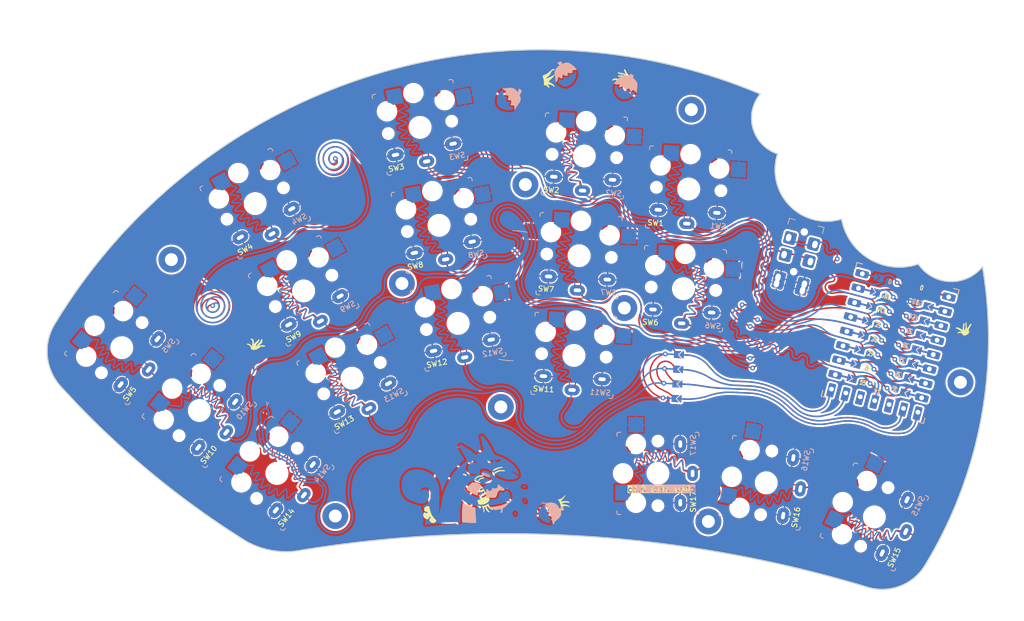
<source format=kicad_pcb>
(kicad_pcb (version 20240108) (generator "pcbnew") (generator_version "8.0")
  (layers (0 "F.Cu" signal) (31 "B.Cu" signal) (34 "B.Paste" user) (35 "F.Paste" user) (36 "B.SilkS" user "B.Silkscreen") (37 "F.SilkS" user "F.Silkscreen") (38 "B.Mask" user) (39 "F.Mask" user) (44 "Edge.Cuts" user))
  (net 0 "")
  (net 1 "gnd")
  (net 2 "vcc")
  (net 3 "Switch18")
  (net 4 "Switch1")
  (net 5 "Switch2")
  (net 6 "Switch3")
  (net 7 "Switch4")
  (net 8 "Switch5")
  (net 9 "Switch6")
  (net 10 "Switch7")
  (net 11 "Switch8")
  (net 12 "Switch9")
  (net 13 "Switch10")
  (net 14 "Switch11")
  (net 15 "Switch12")
  (net 16 "Switch13")
  (net 17 "Switch14")
  (net 18 "Switch15")
  (net 19 "Switch16")
  (net 20 "Switch17")
  (footprint "Kailh:TRRS-PJ-DPB2" (layer "F.Cu") (at 158.465857 81.856148 -15)
    (property "Reference" "J2" (hide yes))
    (property "Value" "AudioJack4dpb" (hide yes))
  )
  (footprint "* duckyb-collection:SW_PG1350_rev_DPB" (layer "F.Cu") (at 99.100143 98.965783 11)
    (property "Reference" "SW12" (hide yes))
    (property "Value" "SW_Push" (hide yes))
  )
  (footprint "BumWings_Library:RP2040-Zero" (layer "F.Cu") (at 160.930534 111.333056 -15)
    (property "Reference" "RZ1" (hide yes))
    (property "Value" "RP2040-Zero")
  )
  (footprint "LOGO" (layer "F.Cu") (at 128.745658 59.510571 -15)
    (property "Reference" "G***" (hide yes))
    (property "Value" "LOGO" (hide yes))
  )
  (footprint "clipboard:420c2a85-5b5b-48ff-b81a-8100f601aced" (layer "F.Cu") (at 136.136662 108.758541 -3)
    (property "Reference" "")
    (property "Value" "")
  )
  (footprint "LOGO" (layer "F.Cu") (at 185.700006 101.678996 1)
    (property "Reference" "G***" (hide yes))
    (property "Value" "LOGO" (hide yes))
  )
  (footprint "LOGO" (layer "F.Cu") (at 114.08 130.15 130)
    (property "Reference" "G***" (hide yes))
    (property "Value" "LOGO" (hide yes))
  )
  (footprint "LOGO" (layer "F.Cu") (at 111.265071 57.08426 80)
    (property "Reference" "G***" (hide yes))
    (property "Value" "LOGO" (hide yes))
  )
  (footprint "* duckyb-collection:SW_PG1350_rev_DPB" (layer "F.Cu") (at 137.472178 93.066994 -3)
    (property "Reference" "SW6" (hide yes))
    (property "Value" "SW_Push" (hide yes))
  )
  (footprint "* duckyb-collection:SW_PG1350_rev_DPB" (layer "F.Cu") (at 151.569968 126.121897 80)
    (property "Reference" "SW16" (hide yes))
    (property "Value" "SW_Push" (hide yes))
  )
  (footprint "" (layer "F.Cu") (at 141.72 132.7)
    (property "Reference" "")
    (property "Value" "")
  )
  (footprint "clipboard:420c2a85-5b5b-48ff-b81a-8100f601aced" (layer "F.Cu") (at 136.398342 103.765393 -3)
    (property "Reference" "")
    (property "Value" "")
  )
  (footprint "* duckyb-collection:SW_PG1350_rev_DPB" (layer "F.Cu") (at 64.551096 78.563424 29)
    (property "Reference" "SW4" (hide yes))
    (property "Value" "SW_Push" (hide yes))
  )
  (footprint "* duckyb-collection:SW_PG1350_rev_DPB" (layer "F.Cu") (at 68.24874 124.504304 51)
    (property "Reference" "SW14" (hide yes))
    (property "Value" "SW_Push" (hide yes))
  )
  (footprint "" (layer "F.Cu") (at 50.27 88.11)
    (property "Reference" "")
    (property "Value" "")
  )
  (footprint "LOGO" (layer "F.Cu") (at 64.47 104.45 1)
    (property "Reference" "G***" (hide yes))
    (property "Value" "LOGO" (hide yes))
  )
  (footprint "* duckyb-collection:SW_PG1350_rev_DPB" (layer "F.Cu") (at 72.792861 93.43196 29)
    (property "Reference" "SW9" (hide yes))
    (property "Value" "SW_Push" (hide yes))
  )
  (footprint "* duckyb-collection:SW_PG1350_rev_DPB" (layer "F.Cu") (at 120.595441 70.466826 -3)
    (property "Reference" "SW2" (hide yes))
    (property "Value" "SW_Push" (hide yes))
  )
  (footprint "" (layer "F.Cu") (at 138.81 62.57)
    (property "Reference" "")
    (property "Value" "")
  )
  (footprint "* duckyb-collection:SW_PG1350_rev_DPB" (layer "F.Cu") (at 81.034624 108.300494 29)
    (property "Reference" "SW13" (hide yes))
    (property "Value" "SW_Push" (hide yes))
  )
  (footprint "clipboard:420c2a85-5b5b-48ff-b81a-8100f601aced" (layer "F.Cu") (at 136.005822 111.255115 -3)
    (property "Reference" "")
    (property "Value" "")
  )
  (footprint "LOGO" (layer "F.Cu") (at 100.46 123.93 2)
    (property "Reference" "G***" (hide yes))
    (property "Value" "LOGO" (hide yes))
  )
  (footprint "" (layer "F.Cu") (at 184.64 109)
    (property "Reference" "")
    (property "Value" "")
  )
  (footprint "* duckyb-collection:SW_PG1350_rev_DPB" (layer "F.Cu") (at 169.979999 131.92572 65)
    (property "Reference" "SW15" (hide yes))
    (property "Value" "SW_Push" (hide yes))
  )
  (footprint "clipboard:420c2a85-5b5b-48ff-b81a-8100f601aced" (layer "F.Cu") (at 136.267502 106.261967 -3)
    (property "Reference" "")
    (property "Value" "")
  )
  (footprint "* duckyb-collection:SW_PG1350_rev_DPB" (layer "F.Cu") (at 41.825778 103.107413 51)
    (property "Reference" "SW5" (hide yes))
    (property "Value" "SW_Push" (hide yes))
  )
  (footprint "" (layer "F.Cu") (at 78.188929 131.772173)
    (property "Reference" "")
    (property "Value" "")
  )
  (footprint "* duckyb-collection:SW_PG1350_rev_DPB" (layer "F.Cu") (at 119.705729 87.443528 -3)
    (property "Reference" "SW7" (hide yes))
    (property "Value" "SW_Push" (hide yes))
  )
  (footprint "* duckyb-collection:SW_PG1350_rev_DPB" (layer "F.Cu") (at 95.85639 82.27812 11)
    (property "Reference" "SW8" (hide yes))
    (property "Value" "SW_Push" (hide yes))
  )
  (footprint "* duckyb-collection:SW_PG1350_rev_DPB" (layer "F.Cu") (at 138.361889 76.090292 -3)
    (property "Reference" "SW1" (hide yes))
    (property "Value" "SW_Push" (hide yes))
  )
  (footprint "* duckyb-collection:SW_PG1350_rev_DPB" (layer "F.Cu") (at 92.612637 65.590458 11)
    (property "Reference" "SW3" (hide yes))
    (property "Value" "SW_Push" (hide yes))
  )
  (footprint "* duckyb-collection:SW_PG1350_rev_DPB" (layer "F.Cu") (at 55.037259 113.805858 51)
    (property "Reference" "SW10" (hide yes))
    (property "Value" "SW_Push" (hide yes))
  )
  (footprint "* duckyb-collection:SW_PG1350_rev_DPB" (layer "F.Cu") (at 133.12631 124.510908 90)
    (property "Reference" "SW17" (hide yes))
    (property "Value" "SW_Push" (hide yes))
  )
  (footprint "* duckyb-collection:SW_PG1350_rev_DPB" (layer "F.Cu") (at 118.816018 104.42023 -3)
    (property "Reference" "SW11" (hide yes))
    (property "Value" "SW_Push" (hide yes))
  )
  (footprint "kbd:Tenting_Puck2" (layer "F.Cu") (at 108.465045 94.259561 -6.3)
    (property "Reference" "REF**" (hide yes))
    (property "Value" "Tenting Puck" (hide yes))
  )
  (footprint "LOGO" (layer "B.Cu") (at 67.836191 113.783843 -43)
    (property "Reference" "G***" (hide yes))
    (property "Value" "LOGO" (hide yes))
  )
  (footprint "LOGO" (layer "B.Cu") (at 107.73 60.92 120)
    (property "Reference" "G***" (hide yes))
    (property "Value" "LOGO" (hide yes))
  )
  (footprint "LOGO" (layer "B.Cu") (at 117.3 56.52 150)
    (property "Reference" "G***" (hide yes))
    (property "Value" "LOGO" (hide yes))
  )
  (footprint "LOGO" (layer "B.Cu") (at 127.63 58.77 160)
    (property "Reference" "G***" (hide yes))
    (property "Value" "LOGO" (hide yes))
  )
  (footprint "LOGO" (layer "B.Cu") (at 66.621125 112.295684 122)
    (property "Reference" "G***" (hide yes))
    (property "Value" "LOGO" (hide yes))
  )
  (footprint "LOGO" (layer "B.Cu") (at 68.150019 113.333546 -23)
    (property "Reference" "G***" (hide yes))
    (property "Value" "LOGO" (hide yes))
  )
  (footprint "LOGO" (layer "B.Cu") (at 114.87089 131.362861 85)
    (property "Reference" "G***" (hide yes))
    (property "Value" "LOGO" (hide yes))
  )
  (footprint "LOGO" (layer "B.Cu") (at 99.00084 124.167138 -179)
    (property "Reference" "G***" (hide yes))
    (property "Value" "LOGO" (hide yes))
  )
  (gr_arc (start 136.946285 109.291547) (mid 138.96369 109.410219) (end 140.966285 109.681547) (stroke (width 0.25)) (layer "B.Cu"))
  (gr_arc (start 70.222647 122.566706) (mid 70.255793 122.499601) (end 70.314364 122.453007) (stroke (width 0.05)) (layer "B.SilkS"))
  (gr_arc (start 69.057962 121.906656) (mid 69.076803 121.819598) (end 69.126341 121.745569) (stroke (width 0.05)) (layer "B.SilkS"))
  (gr_arc (start 74.669794 125.910131) (mid 74.638096 125.801905) (end 74.683505 125.698678) (stroke (width 0.05)) (layer "B.SilkS"))
  (gr_arc (start 66.299185 120.292932) (mid 66.365542 120.21288) (end 66.456841 120.16312) (stroke (width 0.05)) (layer "B.SilkS"))
  (gr_arc (start 71.026865 123.72969) (mid 71.095208 123.666084) (end 71.18812 123.656912) (stroke (width 0.05)) (layer "B.SilkS"))
  (gr_arc (start 76.022966 126.617813) (mid 76.077011 126.561744) (end 76.153469 126.546912) (stroke (width 0.05)) (layer "B.SilkS"))
  (gr_arc (start 72.950652 125.812079) (mid 72.937194 125.714989) (end 72.993369 125.634666) (stroke (width 0.05)) (layer "B.SilkS"))
  (gr_arc (start 67.543451 121.277363) (mid 67.58 121.18) (end 67.64196 121.096475) (stroke (width 0.05)) (layer "B.SilkS"))
  (gr_arc (start 71.646824 125.072364) (mid 71.685922 125.019075) (end 71.739932 124.98098) (stroke (width 0.05)) (layer "B.SilkS"))
  (gr_arc (start 65.507235 118.729183) (mid 65.599183 118.661436) (end 65.713126 118.653625) (stroke (width 0.05)) (layer "B.SilkS"))
  (gr_arc (start 56.061848 113.796003) (mid 56.070033 113.68344) (end 56.120761 113.582627) (stroke (width 0.05)) (layer "F.SilkS"))
  (gr_arc (start 31.54 109.82) (mid 29.139107 104.441157) (end 30.62 98.74) (stroke (width 0.2)) (layer "Edge.Cuts"))
  (gr_arc (start 164.4 81.2) (mid 155.585268 78.954106) (end 153.5 70.1) (stroke (width 0.2)) (layer "Edge.Cuts"))
  (gr_arc (start 188.4 89.3) (mid 188.097567 115.544927) (end 178.67 140.04) (stroke (width 0.2)) (layer "Edge.Cuts"))
  (gr_arc (start 178.67 140.04) (mid 174.418328 143.675159) (end 168.828863 143.896452) (stroke (width 0.2)) (layer "Edge.Cuts"))
  (gr_arc (start 177.46 88.86) (mid 169.172585 88.026325) (end 164.4 81.2) (stroke (width 0.2)) (layer "Edge.Cuts"))
  (gr_arc (start 63.05 136.1) (mid 46.384788 124.051354) (end 31.54 109.82) (stroke (width 0.2)) (layer "Edge.Cuts"))
  (gr_arc (start 72.33 137.61) (mid 120.93861 135.239735) (end 168.828863 143.896452) (stroke (width 0.2)) (layer "Edge.Cuts"))
  (gr_arc (start 30.62 98.74) (mid 83.375574 57.058765) (end 150.55 59.9) (stroke (width 0.2)) (layer "Edge.Cuts"))
  (gr_arc (start 72.33 137.61) (mid 67.557893 137.66689) (end 63.05 136.1) (stroke (width 0.2)) (layer "Edge.Cuts"))
  (gr_arc (start 188.4 89.3) (mid 182.818971 91.840574) (end 177.46 88.86) (stroke (width 0.2)) (layer "Edge.Cuts"))
  (gr_arc (start 153.5 70.1) (mid 149.318606 65.782731) (end 150.55 59.9) (stroke (width 0.2)) (layer "Edge.Cuts"))
  (gr_text "chew zéro 0.1" (at 134.13 127.76 0) (layer "B.SilkS" knockout) (effects (font (size 1 1)) (justify bottom mirror)))
  (gr_text "chew zéro 0.1" (at 133.33 127.82 0) (layer "F.SilkS" knockout) (effects (font (size 1 1)) (justify bottom)))
  (segment (start 174.417189 115.236654) (end 174.959463 113.447236) (width 0.25) (layer "F.Cu") (net 0))
  (segment (start 141.723064 111.299606) (end 141.817917 111.267989) (width 0.25) (layer "F.Cu") (net 0))
  (segment (start 177.412914 114.104637) (end 176.981706 115.792869) (width 0.25) (layer "F.Cu") (net 0))
  (segment (start 155.552177 112.462126) (end 156.633754 113.453571) (width 0.25) (layer "F.Cu") (net 0))
  (segment (start 156.204968 112.146681) (end 157.164918 113.017896) (width 0.25) (layer "F.Cu") (net 0))
  (segment (start 161.866276 116.062152) (end 164.10572 115.69406) (width 0.25) (layer "F.Cu") (net 0))
  (segment (start 154.661243 113.327741) (end 155.568991 114.168524) (width 0.25) (layer "F.Cu") (net 0))
  (segment (start 161.323306 114.68068) (end 162.111316 114.496101) (width 0.25) (layer "F.Cu") (net 0))
  (segment (start 144.0044 110.012846) (end 148.668809 110.231065) (width 0.25) (layer "F.Cu") (net 0))
  (segment (start 146.252561 109.514836) (end 148.727419 109.62733) (width 0.25) (layer "F.Cu") (net 0))
  (segment (start 170.011323 116.231432) (end 170.298277 116.39124) (width 0.25) (layer "F.Cu") (net 0))
  (segment (start 136.744591 111.808127) (end 137.681738 111.854116) (width 0.25) (layer "F.Cu") (net 0))
  (segment (start 161.818796 115.46052) (end 163.757339 115.141576) (width 0.25) (layer "F.Cu") (net 0))
  (segment (start 137.137111 104.318405) (end 138.141283 104.36414) (width 0.25) (layer "F.Cu") (net 0))
  (segment (start 164.813097 111.944068) (end 165.145656 110.817635) (width 0.25) (layer "F.Cu") (net 0))
  (segment (start 146.17768 108.804056) (end 148.334295 108.901531) (width 0.25) (layer "F.Cu") (net 0))
  (segment (start 137.006271 106.814979) (end 137.780528 106.865101) (width 0.25) (layer "F.Cu") (net 0))
  (segment (start 141.507347 105.949343) (end 142.543835 107.093517) (width 0.25) (layer "F.Cu") (net 0))
  (segment (start 162.692205 110.160234) (end 162.09 112.26) (width 0.25) (layer "F.Cu") (net 0))
  (segment (start 145.895933 110.706022) (end 148.741368 110.842331) (width 0.25) (layer "F.Cu") (net 0))
  (segment (start 155.159241 112.934864) (end 156.030009 113.734258) (width 0.25) (layer "F.Cu") (net 0))
  (arc (start 173.626566 116.284479) (mid 171.977186 116.798605) (end 170.298277 116.39124) (width 0.25) (layer "F.Cu") (net 0))
  (arc (start 169.484373 116.61631) (mid 172.080139 117.557919) (end 174.839282 117.665176) (width 0.25) (layer "F.Cu") (net 0))
  (arc (start 136.9444 109.295829) (mid 138.961805 109.414501) (end 140.9644 109.685829) (width 0.25) (layer "F.Cu") (net 0))
  (arc (start 141.507347 105.949343) (mid 139.982762 104.820291) (end 138.141283 104.36414) (width 0.25) (layer "F.Cu") (net 0))
  (arc (start 164.813097 111.944068) (mid 163.806315 113.584385) (end 162.111316 114.496101) (width 0.25) (layer "F.Cu") (net 0))
  (arc (start 170.011323 116.231432) (mid 166.976638 115.156814) (end 163.757339 115.141576) (width 0.25) (layer "F.Cu") (net 0))
  (arc (start 148.741368 110.842331) (mid 151.920787 111.562264) (end 154.661243 113.327741) (width 0.25) (layer "F.Cu") (net 0))
  (arc (start 137.780528 106.865101) (mid 139.873557 107.259819) (end 141.809878 108.147661) (width 0.25) (layer "F.Cu") (net 0))
  (arc (start 144.2344 110.025829) (mid 142.593419 109.91335) (end 140.9644 109.685829) (width 0.25) (layer "F.Cu") (net 0))
  (arc (start 146.252561 109.514836) (mid 143.944241 109.113887) (end 141.809878 108.147661) (width 0.25) (layer "F.Cu") (net 0))
  (arc (start 141.723064 111.299606) (mid 139.728175 111.764707) (end 137.681738 111.854116) (width 0.25) (layer "F.Cu") (net 0))
  (arc (start 155.552177 112.462126) (mid 152.389136 110.444447) (end 148.727419 109.62733) (width 0.25) (layer "F.Cu") (net 0))
  (arc (start 173.626566 116.284479) (mid 174.115093 115.830898) (end 174.417189 115.236654) (width 0.25) (layer "F.Cu") (net 0))
  (arc (start 169.484373 116.61631) (mid 166.872476 115.703608) (end 164.10572 115.69406) (width 0.25) (layer "F.Cu") (net 0))
  (arc (start 156.204968 112.146681) (mid 152.553092 109.836609) (end 148.334295 108.901531) (width 0.25) (layer "F.Cu") (net 0))
  (arc (start 157.164918 113.017896) (mid 158.913999 113.871521) (end 160.848115 113.654282) (width 0.25) (layer "F.Cu") (net 0))
  (arc (start 176.981706 115.792869) (mid 176.201364 117.061859) (end 174.839282 117.665176) (width 0.25) (layer "F.Cu") (net 0))
  (arc (start 148.668809 110.231065) (mid 152.151637 111.012579) (end 155.159241 112.934864) (width 0.25) (layer "F.Cu") (net 0))
  (arc (start 162.09 112.26) (mid 161.628012 113.098721) (end 160.848115 113.654282) (width 0.25) (layer "F.Cu") (net 0))
  (arc (start 156.030009 113.734258) (mid 158.725546 115.264229) (end 161.818796 115.46052) (width 0.25) (layer "F.Cu") (net 0))
  (arc (start 155.568991 114.168524) (mid 158.498431 115.844298) (end 161.866276 116.062152) (width 0.25) (layer "F.Cu") (net 0))
  (arc (start 156.633754 113.453571) (mid 158.826425 114.648414) (end 161.323306 114.68068) (width 0.25) (layer "F.Cu") (net 0))
  (arc (start 146.17768 108.804056) (mid 144.189706 108.312167) (end 142.543835 107.093517) (width 0.25) (layer "F.Cu") (net 0))
  (arc (start 141.817917 111.267989) (mid 143.830887 110.798054) (end 145.895933 110.706022) (width 0.25) (layer "F.Cu") (net 0))
  (segment (start 141.724949 111.295324) (end 141.819802 111.263707) (width 0.25) (layer "B.Cu") (net 0))
  (segment (start 155.554062 112.457844) (end 156.635639 113.449289) (width 0.25) (layer "B.Cu") (net 0))
  (segment (start 174.419074 115.232372) (end 174.961348 113.442954) (width 0.25) (layer "B.Cu") (net 0))
  (segment (start 164.814982 111.939786) (end 165.147541 110.813353) (width 0.25) (layer "B.Cu") (net 0))
  (segment (start 146.179565 108.799774) (end 148.33618 108.897249) (width 0.25) (layer "B.Cu") (net 0))
  (segment (start 154.663128 113.323459) (end 155.570876 114.164242) (width 0.25) (layer "B.Cu") (net 0))
  (segment (start 161.868161 116.05787) (end 164.107605 115.689778) (width 0.25) (layer "B.Cu") (net 0))
  (segment (start 161.325191 114.676398) (end 162.113201 114.491819) (width 0.25) (layer "B.Cu") (net 0))
  (segment (start 146.254446 109.510554) (end 148.729304 109.623048) (width 0.25) (layer "B.Cu") (net 0))
  (segment (start 144.006285 110.008564) (end 148.670694 110.226783) (width 0.25) (layer "B.Cu") (net 0))
  (segment (start 137.008156 106.810697) (end 137.782413 106.860819) (width 0.25) (layer "B.Cu") (net 0))
  (segment (start 162.69409 110.155952) (end 162.091885 112.255718) (width 0.25) (layer "B.Cu") (net 0))
  (segment (start 155.161126 112.930582) (end 156.031894 113.729976) (width 0.25) (layer "B.Cu") (net 0))
  (segment (start 145.897818 110.70174) (end 148.743253 110.838049) (width 0.25) (layer "B.Cu") (net 0))
  (segment (start 177.414799 114.100355) (end 176.983591 115.788587) (width 0.25) (layer "B.Cu") (net 0))
  (segment (start 136.746476 111.803845) (end 137.683623 111.849834) (width 0.25) (layer "B.Cu") (net 0))
  (segment (start 137.138996 104.314123) (end 138.143168 104.359858) (width 0.25) (layer "B.Cu") (net 0))
  (segment (start 141.509232 105.945061) (end 142.54572 107.089235) (width 0.25) (layer "B.Cu") (net 0))
  (segment (start 156.206853 112.142399) (end 157.166803 113.013614) (width 0.25) (layer "B.Cu") (net 0))
  (segment (start 161.820681 115.456238) (end 163.759224 115.137294) (width 0.25) (layer "B.Cu") (net 0))
  (segment (start 170.013208 116.22715) (end 170.300162 116.386958) (width 0.25) (layer "B.Cu") (net 0))
  (arc (start 144.236285 110.021547) (mid 142.595304 109.909068) (end 140.966285 109.681547) (width 0.25) (layer "B.Cu") (net 0))
  (arc (start 157.166803 113.013614) (mid 158.915884 113.867239) (end 160.85 113.65) (width 0.25) (layer "B.Cu") (net 0))
  (arc (start 169.486258 116.612028) (mid 166.874361 115.699326) (end 164.107605 115.689778) (width 0.25) (layer "B.Cu") (net 0))
  (arc (start 148.743253 110.838049) (mid 151.922672 111.557982) (end 154.663128 113.323459) (width 0.25) (layer "B.Cu") (net 0))
  (arc (start 141.724949 111.295324) (mid 139.73006 111.760425) (end 137.683623 111.849834) (width 0.25) (layer "B.Cu") (net 0))
  (arc (start 148.670694 110.226783) (mid 152.153522 111.008297) (end 155.161126 112.930582) (width 0.25) (layer "B.Cu") (net 0))
  (arc (start 156.206853 112.142399) (mid 152.554977 109.832327) (end 148.33618 108.897249) (width 0.25) (layer "B.Cu") (net 0))
  (arc (start 173.628451 116.280197) (mid 174.116978 115.826616) (end 174.419074 115.232372) (width 0.25) (layer "B.Cu") (net 0))
  (arc (start 155.570876 114.164242) (mid 158.500316 115.840016) (end 161.868161 116.05787) (width 0.25) (layer "B.Cu") (net 0))
  (arc (start 156.635639 113.449289) (mid 158.82831 114.644132) (end 161.325191 114.676398) (width 0.25) (layer "B.Cu") (net 0))
  (arc (start 176.983591 115.788587) (mid 176.203249 117.057577) (end 174.841167 117.660894) (width 0.25) (layer "B.Cu") (net 0))
  (arc (start 162.091885 112.255718) (mid 161.629897 113.094439) (end 160.85 113.65) (width 0.25) (layer "B.Cu") (net 0))
  (arc (start 141.509232 105.945061) (mid 139.984647 104.816009) (end 138.143168 104.359858) (width 0.25) (layer "B.Cu") (net 0))
  (arc (start 146.179565 108.799774) (mid 144.191591 108.307885) (end 142.54572 107.089235) (width 0.25) (layer "B.Cu") (net 0))
  (arc (start 169.486258 116.612028) (mid 172.082024 117.553637) (end 174.841167 117.660894) (width 0.25) (layer "B.Cu") (net 0))
  (arc (start 137.782413 106.860819) (mid 139.875442 107.255537) (end 141.811763 108.143379) (width 0.25) (layer "B.Cu") (net 0))
  (arc (start 164.814982 111.939786) (mid 163.8082 113.580103) (end 162.113201 114.491819) (width 0.25) (layer "B.Cu") (net 0))
  (arc (start 170.013208 116.22715) (mid 166.978523 115.152532) (end 163.759224 115.137294) (width 0.25) (layer "B.Cu") (net 0))
  (arc (start 156.031894 113.729976) (mid 158.727431 115.259947) (end 161.820681 115.456238) (width 0.25) (layer "B.Cu") (net 0))
  (arc (start 141.819802 111.263707) (mid 143.832772 110.793772) (end 145.897818 110.70174) (width 0.25) (layer "B.Cu") (net 0))
  (arc (start 146.254446 109.510554) (mid 143.946126 109.109605) (end 141.811763 108.143379) (width 0.25) (layer "B.Cu") (net 0))
  (arc (start 155.554062 112.457844) (mid 152.391021 110.440165) (end 148.729304 109.623048) (width 0.25) (layer "B.Cu") (net 0))
  (arc (start 173.628451 116.280197) (mid 171.979071 116.794323) (end 170.300162 116.386958) (width 0.25) (layer "B.Cu") (net 0))
  (segment (start 161.808892 93.326976) (end 161.765145 93.261708) (width 0.25) (layer "F.Cu") (net 2))
  (segment (start 163.451398 88.936251) (end 163.402964 88.90302) (width 0.25) (layer "F.Cu") (net 2))
  (segment (start 163.66 87.99) (end 163.63 88.05) (width 0.25) (layer "F.Cu") (net 2))
  (segment (start 162.997025 90.941222) (end 162.764662 90.784036) (width 0.25) (layer "F.Cu") (net 2))
  (segment (start 163.622908 87.994706) (end 163.66 87.99) (width 0.25) (layer "F.Cu") (net 2))
  (segment (start 165.634076 93.856361) (end 169.176368 94.805515) (width 0.25) (layer "F.Cu") (net 2))
  (segment (start 162.986595 89.873296) (end 163.226748 89.84514) (width 0.25) (layer "F.Cu") (net 2))
  (segment (start 162.339527 91.926426) (end 162.800397 91.848338) (width 0.25) (layer "F.Cu") (net 2))
  (via (at 163.66 87.99) (size 0.8) (drill 0.4) (layers "F.Cu" "B.Cu") (net 2))
  (arc (start 169.176368 94.805515) (mid 169.89 95.32) (end 169.976368 96.195515) (width 0.25) (layer "F.Cu") (net 2))
  (arc (start 162.986595 89.873296) (mid 162.559033 90.251516) (end 162.764662 90.784036) (width 0.25) (layer "F.Cu") (net 2))
  (arc (start 162.997025 90.941222) (mid 163.205522 91.461285) (end 162.800397 91.848338) (width 0.25) (layer "F.Cu") (net 2))
  (arc (start 161.808892 93.326976) (mid 162.352674 93.764673) (end 163.048888 93.815293) (width 0.25) (layer "F.Cu") (net 2))
  (arc (start 163.622908 87.994706) (mid 163.19988 88.373058) (end 163.402964 88.90302) (width 0.25) (layer "F.Cu") (net 2))
  (arc (start 165.634076 93.856361) (mid 164.34412 93.676089) (end 163.048888 93.815293) (width 0.25) (layer "F.Cu") (net 2))
  (arc (start 163.226748 89.84514) (mid 163.653919 89.468516) (end 163.451398 88.936251) (width 0.25) (layer "F.Cu") (net 2))
  (arc (start 161.765145 93.261708) (mid 161.68902 92.437784) (end 162.339527 91.926426) (width 0.25) (layer "F.Cu") (net 2))
  (segment (start 159.543479 85.581298) (end 159.859267 85.542394) (width 0.25) (layer "B.Cu") (net 2))
  (segment (start 160.865636 85.166805) (end 159.859267 85.542394) (width 0.25) (layer "B.Cu") (net 2))
  (segment (start 161.869239 86.34389) (end 161.922354 86.050042) (width 0.25) (layer "B.Cu") (net 2))
  (segment (start 163.66 87.99) (end 163.639333 87.126123) (width 0.25) (layer "B.Cu") (net 2))
  (arc (start 162.773729 86.797165) (mid 162.151849 86.909028) (end 161.869239 86.34389) (width 0.25) (layer "B.Cu") (net 2))
  (arc (start 163.639333 87.126123) (mid 163.3171 86.670697) (end 162.773729 86.797165) (width 0.25) (layer "B.Cu") (net 2))
  (arc (start 161.922354 86.050042) (mid 161.650797 85.301182) (end 160.865636 85.166805) (width 0.25) (layer "B.Cu") (net 2))
  (arc (start 159.543479 85.581298) (mid 157.336947 85.402042) (end 155.381852 84.363379) (width 0.25) (layer "B.Cu") (net 2))
  (segment (start 150.068192 93.456788) (end 150.283084 93.43162) (width 0.25) (layer "F.Cu") (net 3))
  (segment (start 151.117386 89.941734) (end 150.958524 89.826198) (width 0.25) (layer "F.Cu") (net 3))
  (segment (start 147.46 95.79) (end 149.25254 95.858287) (width 0.25) (layer "F.Cu") (net 3))
  (segment (start 154.007791 86.784417) (end 154.605395 87.261158) (width 0.25) (layer "F.Cu") (net 3))
  (segment (start 158.924906 88.318101) (end 159.082809 88.440172) (width 0.25) (layer "F.Cu") (net 3))
  (via (at 147.46 95.79) (size 0.8) (drill 0.4) (layers "F.Cu" "B.Cu") (net 3))
  (arc (start 151.289308 88.597172) (mid 151.816115 88.195756) (end 151.699735 87.543746) (width 0.25) (layer "F.Cu") (net 3))
  (arc (start 151.289308 88.597172) (mid 150.701284 89.097937) (end 150.958524 89.826198) (width 0.25) (layer "F.Cu") (net 3))
  (arc (start 149.25254 95.858287) (mid 150.031674 95.339871) (end 149.785049 94.437109) (width 0.25) (layer "F.Cu") (net 3))
  (arc (start 151.699735 87.543746) (mid 151.555503 86.765401) (end 152.175526 86.273265) (width 0.25) (layer "F.Cu") (net 3))
  (arc (start 158.924906 88.318101) (mid 156.877305 87.331409) (end 154.605395 87.261158) (width 0.25) (layer "F.Cu") (net 3))
  (arc (start 154.007791 86.784417) (mid 153.143525 86.342473) (end 152.175526 86.273265) (width 0.25) (layer "F.Cu") (net 3))
  (arc (start 150.610315 92.161578) (mid 150.882094 92.908781) (end 150.283084 93.43162) (width 0.25) (layer "F.Cu") (net 3))
  (arc (start 150.610315 92.161578) (mid 150.339647 91.450106) (end 150.890555 90.924797) (width 0.25) (layer "F.Cu") (net 3))
  (arc (start 149.785049 94.437109) (mid 149.600897 93.85287) (end 150.068192 93.456788) (width 0.25) (layer "F.Cu") (net 3))
  (arc (start 151.117386 89.941734) (mid 151.329097 90.508283) (end 150.890555 90.924797) (width 0.25) (layer "F.Cu") (net 3))
  (segment (start 147.609357 101.352435) (end 147.30145 101.472767) (width 0.25) (layer "B.Cu") (net 3))
  (segment (start 146.39848 96.769887) (end 146.573162 96.755095) (width 0.25) (layer "B.Cu") (net 3))
  (segment (start 170.62 110.05) (end 170.048161 112.126605) (width 0.25) (layer "B.Cu") (net 3))
  (segment (start 154.839026 103.535572) (end 154.486754 103.861341) (width 0.25) (layer "B.Cu") (net 3))
  (segment (start 157.121138 104.766871) (end 157.290131 104.587444) (width 0.25) (layer "B.Cu") (net 3))
  (segment (start 161.208046 105.79657) (end 165.46 106.96) (width 0.25) (layer "B.Cu") (net 3))
  (segment (start 152.22604 102.745341) (end 151.860555 103.108251) (width 0.25) (layer "B.Cu") (net 3))
  (segment (start 150.63833 102.587892) (end 150.638743 102.562178) (width 0.25) (layer "B.Cu") (net 3))
  (segment (start 156.010296 104.251184) (end 156.023466 104.135876) (width 0.25) (layer "B.Cu") (net 3))
  (segment (start 158.555941 105.638048) (end 158.554571 105.087332) (width 0.25) (layer "B.Cu") (net 3))
  (segment (start 149.769286 102.21731) (end 149.759697 102.227831) (width 0.25) (layer "B.Cu") (net 3))
  (segment (start 149.759697 102.227831) (end 149.62966 102.370521) (width 0.25) (layer "B.Cu") (net 3))
  (arc (start 169.76 107.91) (mid 170.555065 108.833292) (end 170.62 110.05) (width 0.25) (layer "B.Cu") (net 3))
  (arc (start 145.965054 98.699107) (mid 146.277957 98.277152) (end 146.083702 97.789083) (width 0.25) (layer "B.Cu") (net 3))
  (arc (start 146.565058 100.655387) (mid 146.565363 100.108097) (end 146.119634 99.790523) (width 0.25) (layer "B.Cu") (net 3))
  (arc (start 146.39848 96.769887) (mid 145.897383 97.173334) (end 146.083702 97.789083) (width 0.25) (layer "B.Cu") (net 3))
  (arc (start 157.290131 104.587444) (mid 158.09185 104.408647) (end 158.554571 105.087332) (width 0.25) (layer "B.Cu") (net 3))
  (arc (start 154.839026 103.535572) (mid 155.640006 103.423825) (end 156.023466 104.135876) (width 0.25) (layer "B.Cu") (net 3))
  (arc (start 149.769286 102.21731) (mid 150.323169 102.089342) (end 150.638743 102.562178) (width 0.25) (layer "B.Cu") (net 3))
  (arc (start 167.72 107.28) (mid 168.785959 107.44618) (end 169.76 107.91) (width 0.25) (layer "B.Cu") (net 3))
  (arc (start 147.46 95.79) (mid 147.204623 96.445332) (end 146.573162 96.755095) (width 0.25) (layer "B.Cu") (net 3))
  (arc (start 152.22604 102.745341) (mid 152.920818 102.62859) (end 153.262607 103.244648) (width 0.25) (layer "B.Cu") (net 3))
  (arc (start 154.486754 103.861341) (mid 153.660776 103.977599) (end 153.262607 103.244648) (width 0.25) (layer "B.Cu") (net 3))
  (arc (start 148.474102 101.933189) (mid 148.903315 102.544409) (end 149.62966 102.370521) (width 0.25) (layer "B.Cu") (net 3))
  (arc (start 165.46 106.96) (mid 166.579284 107.195684) (end 167.72 107.28) (width 0.25) (layer "B.Cu") (net 3))
  (arc (start 146.565058 100.655387) (mid 146.650635 101.318693) (end 147.30145 101.472767) (width 0.25) (layer "B.Cu") (net 3))
  (arc (start 161.208046 105.79657) (mid 160.433557 105.786905) (end 159.752616 106.156022) (width 0.25) (layer "B.Cu") (net 3))
  (arc (start 157.121138 104.766871) (mid 156.379709 104.909709) (end 156.010296 104.251184) (width 0.25) (layer "B.Cu") (net 3))
  (arc (start 148.474102 101.933189) (mid 148.193634 101.416625) (end 147.609357 101.352435) (width 0.25) (layer "B.Cu") (net 3))
  (arc (start 146.119634 99.790523) (mid 145.63298 99.302794) (end 145.965054 98.699107) (width 0.25) (layer "B.Cu") (net 3))
  (arc (start 159.752616 106.156022) (mid 158.98464 106.28897) (end 158.555941 105.638048) (width 0.25) (layer "B.Cu") (net 3))
  (arc (start 151.860555 103.108251) (mid 151.074414 103.259181) (end 150.63833 102.587892) (width 0.25) (layer "B.Cu") (net 3))
  (segment (start 164.980281 91.015881) (end 169.81 92.31) (width 0.25) (layer "B.Cu") (net 4))
  (segment (start 139.188869 82.696957) (end 138.053107 81.982206) (width 0.25) (layer "B.Cu") (net 4))
  (segment (start 146.308031 82.047336) (end 145.999401 82.259923) (width 0.25) (layer "B.Cu") (net 4))
  (segment (start 151.12615 91.52625) (end 152.158799 87.381886) (width 0.25) (layer "B.Cu") (net 4))
  (segment (start 151.550868 83.371308) (end 151.411809 83.141968) (width 0.25) (layer "B.Cu") (net 4))
  (arc (start 171.19 91.64) (mid 170.628568 92.239813) (end 169.81 92.31) (width 0.25) (layer "B.Cu") (net 4))
  (arc (start 151.12615 91.52625) (mid 151.210872 94.031556) (end 152.60512 96.114776) (width 0.25) (layer "B.Cu") (net 4))
  (arc (start 160.43 93.84) (mid 162.237417 91.408836) (end 165.25 91.09) (width 0.25) (layer "B.Cu") (net 4))
  (arc (start 140.98905 83.379762) (mid 143.602863 83.305907) (end 145.999401 82.259923) (width 0.25) (layer "B.Cu") (net 4))
  (arc (start 152.60512 96.114776) (mid 154.840895 97.201432) (end 157.323815 97.080307) (width 0.25) (layer "B.Cu") (net 4))
  (arc (start 151.411809 83.141968) (mid 149.095998 81.493928) (end 146.308031 82.047336) (width 0.25) (layer "B.Cu") (net 4))
  (arc (start 157.323815 97.080307) (mid 159.319771 95.837843) (end 160.445018 93.773519) (width 0.25) (layer "B.Cu") (net 4))
  (arc (start 152.158799 87.381886) (mid 152.255727 85.315829) (end 151.550868 83.371308) (width 0.25) (layer "B.Cu") (net 4))
  (arc (start 140.98905 83.379762) (mid 140.054796 83.128269) (end 139.188869 82.696957) (width 0.25) (layer "B.Cu") (net 4))
  (segment (start 146.545755 82.605703) (end 146.04861 82.95068) (width 0.25) (layer "B.Cu") (net 5))
  (segment (start 141.417793 84.397322) (end 136.981509 84.392646) (width 0.25) (layer "B.Cu") (net 5))
  (segment (start 150.418398 91.578327) (end 151.555935 86.983071) (width 0.25) (layer "B.Cu") (net 5))
  (segment (start 120.949913 77.109415) (end 120.286659 76.35874) (width 0.25) (layer "B.Cu") (net 5))
  (segment (start 151.060296 83.763818) (end 150.916341 83.528065) (width 0.25) (layer "B.Cu") (net 5))
  (segment (start 151.939799 96.368476) (end 152.267104 96.651549) (width 0.25) (layer "B.Cu") (net 5))
  (segment (start 164.343556 93.476562) (end 169.171432 94.770187) (width 0.25) (layer "B.Cu") (net 5))
  (segment (start 157.360337 97.703052) (end 157.865468 97.543536) (width 0.25) (layer "B.Cu") (net 5))
  (segment (start 130.581585 81.122996) (end 130.566282 81.122722) (width 0.25) (layer "B.Cu") (net 5))
  (segment (start 126.991886 79.010083) (end 126.875219 78.806828) (width 0.25) (layer "B.Cu") (net 5))
  (arc (start 161.14 94.74) (mid 162.591097 93.545901) (end 164.47 93.51) (width 0.25) (layer "B.Cu") (net 5))
  (arc (start 152.267104 96.651549) (mid 154.676819 97.840418) (end 157.360337 97.703052) (width 0.25) (layer "B.Cu") (net 5))
  (arc (start 150.916341 83.528065) (mid 148.930018 82.124071) (end 146.545755 82.605703) (width 0.25) (layer "B.Cu") (net 5))
  (arc (start 151.060296 83.763818) (mid 151.630576 85.323798) (end 151.555935 86.983071) (width 0.25) (layer "B.Cu") (net 5))
  (arc (start 170.551432 94.100187) (mid 169.99 94.699999) (end 169.171432 94.770187) (width 0.25) (layer "B.Cu") (net 5))
  (arc (start 161.14 94.74) (mid 159.737733 96.453431) (end 157.82 97.56) (width 0.25) (layer "B.Cu") (net 5))
  (arc (start 123.309942 77.63065) (mid 122.045042 77.754395) (end 120.949913 77.109415) (width 0.25) (layer "B.Cu") (net 5))
  (arc (start 136.981509 84.392646) (mid 134.740722 83.855906) (end 132.983141 82.365872) (width 0.25) (layer "B.Cu") (net 5))
  (arc (start 123.309942 77.63065) (mid 125.317662 77.536464) (end 126.875219 78.806828) (width 0.25) (layer "B.Cu") (net 5))
  (arc (start 141.417793 84.397322) (mid 143.843943 84.028492) (end 146.04861 82.95068) (width 0.25) (layer "B.Cu") (net 5))
  (arc (start 130.581585 81.122996) (mid 131.927761 81.463488) (end 132.983141 82.365872) (width 0.25) (layer "B.Cu") (net 5))
  (arc (start 150.418398 91.578327) (mid 150.503071 94.188115) (end 151.939799 96.368476) (width 0.25) (layer "B.Cu") (net 5))
  (arc (start 130.566282 81.122722) (mid 128.500392 80.537924) (end 126.991886 79.010083) (width 0.25) (layer "B.Cu") (net 5))
  (segment (start 163.681773 95.966085) (end 162.8 95.74) (width 0.25) (layer "B.Cu") (net 6))
  (segment (start 123.411504 78.250582) (end 122.291963 78.637588) (width 0.25) (layer "B.Cu") (net 6))
  (segment (start 163.681773 95.966085) (end 168.511432 97.260187) (width 0.25) (layer "B.Cu") (net 6))
  (segment (start 113.3 74.63) (end 113.856194 76.340368) (width 0.25) (layer "B.Cu") (net 6))
  (segment (start 93.840982 71.728091) (end 93.73841 71.382058) (width 0.25) (layer "B.Cu") (net 6))
  (segment (start 149.740561 91.467282) (end 150.885019 86.814485) (width 0.25) (layer "B.Cu") (net 6))
  (segment (start 119.906212 78.496768) (end 119.505676 78.302922) (width 0.25) (layer "B.Cu") (net 6))
  (segment (start 146.833139 83.199393) (end 146.486224 83.444527) (width 0.25) (layer "B.Cu") (net 6))
  (segment (start 141.400749 85.032367) (end 136.913431 84.988069) (width 0.25) (layer "B.Cu") (net 6))
  (segment (start 151.393401 96.729522) (end 151.835242 97.117781) (width 0.25) (layer "B.Cu") (net 6))
  (segment (start 110.25 72.49) (end 108.887931 72.598966) (width 0.25) (layer "B.Cu") (net 6))
  (arc (start 104.044276 70.17434) (mid 104.861372 70.447872) (end 105.498097 71.028526) (width 0.25) (layer "B.Cu") (net 6))
  (arc (start 97.040107 74.272671) (mid 98.917335 73.81049) (end 100.19807 72.362345) (width 0.25) (layer "B.Cu") (net 6))
  (arc (start 113.856194 76.340368) (mid 114.513596 77.219055) (end 115.570484 77.514543) (width 0.25) (layer "B.Cu") (net 6))
  (arc (start 150.444204 83.948713) (mid 148.801455 82.789579) (end 146.833139 83.199393) (width 0.25) (layer "B.Cu") (net 6))
  (arc (start 110.25 72.49) (mid 112.157783 73.014445) (end 113.3 74.63) (width 0.25) (layer "B.Cu") (net 6))
  (arc (start 160.91 96.24) (mid 159.341255 97.531689) (end 157.46 98.3) (width 0.25) (layer "B.Cu") (net 6))
  (arc (start 105.498097 71.028526) (mid 106.986787 72.258893) (end 108.887931 72.598966) (width 0.25) (layer "B.Cu") (net 6))
  (arc (start 141.400749 85.032367) (mid 144.06856 84.639029) (end 146.486224 83.444527) (width 0.25) (layer "B.Cu") (net 6))
  (arc (start 169.891432 96.590187) (mid 169.33 97.189999) (end 168.511432 97.260187) (width 0.25) (layer "B.Cu") (net 6))
  (arc (start 119.505676 78.302922) (mid 117.588216 77.658481) (end 115.570484 77.514543) (width 0.25) (layer "B.Cu") (net 6))
  (arc (start 150.444204 83.948713) (mid 150.950455 85.337616) (end 150.885019 86.814485) (width 0.25) (layer "B.Cu") (net 6))
  (arc (start 130.537582 81.706398) (mid 131.574879 81.9709) (end 132.387801 82.667383) (width 0.25) (layer "B.Cu") (net 6))
  (arc (start 126.394487 79.230605) (mid 128.13783 81.017726) (end 130.537582 81.706398) (width 0.25) (layer "B.Cu") (net 6))
  (arc (start 119.906212 78.496768) (mid 121.085116 78.803886) (end 122.291963 78.637588) (width 0.25) (layer "B.Cu") (net 6))
  (arc (start 126.394487 79.230605) (mid 125.092921 78.162497) (end 123.411504 78.250582) (width 0.25) (layer "B.Cu") (net 6))
  (arc (start 160.91 96.24) (mid 161.785839 95.728572) (end 162.8 95.74) (width 0.25) (layer "B.Cu") (net 6))
  (arc (start 136.913431 84.988069) (mid 134.376509 84.36227) (end 132.387801 82.667383) (width 0.25) (layer "B.Cu") (net 6))
  (arc (start 104.044276 70.17434) (mid 101.763421 70.639471) (end 100.19807 72.362345) (width 0.25) (layer "B.Cu") (net 6))
  (arc (start 149.740561 91.467282) (mid 149.830972 94.329578) (end 151.393401 96.729522) (width 0.25) (layer "B.Cu") (net 6))
  (arc (start 157.493522 98.299171) (mid 154.508791 98.45368) (end 151.835242 97.117781) (width 0.25) (layer "B.Cu") (net 6))
  (arc (start 97.040107 74.272671) (mid 95.039511 73.504571) (end 93.840982 71.728091) (width 0.25) (layer "B.Cu") (net 6))
  (segment (start 115.78301 77.440944) (end 115.78 77.44) (width 0.25) (layer "F.Cu") (net 7))
  (segment (start 71.354653 83.102624) (end 70.732326 83.861941) (width 0.25) (layer "F.Cu") (net 7))
  (segment (start 99.754386 72.730635) (end 99.753552 72.730505) (width 0.25) (layer "F.Cu") (net 7))
  (segment (start 119.762754 78.28702) (end 119.20094 78.209012) (width 0.25) (layer "F.Cu") (net 7))
  (segment (start 104.465554 65.033092) (end 104.781103 64.96358) (width 0.25) (layer "F.Cu") (net 7))
  (segment (start 88.750953 73.338979) (end 88.302819 73.276696) (width 0.25) (layer "F.Cu") (net 7))
  (segment (start 125.440163 76.629326) (end 125.735472 76.670536) (width 0.25) (layer "F.Cu") (net 7))
  (segment (start 148.967608 80.439253) (end 147.315348 80.940939) (width 0.25) (layer "F.Cu") (net 7))
  (segment (start 129.277807 82.892948) (end 128.920775 82.406213) (width 0.25) (layer "F.Cu") (net 7))
  (segment (start 150.09 98.33) (end 147.482116 97.555193) (width 0.25) (layer "F.Cu") (net 7))
  (segment (start 95.45127 72.945661) (end 95.450698 72.945811) (width 0.25) (layer "F.Cu") (net 7))
  (segment (start 138.819424 83.997885) (end 136.751037 83.580171) (width 0.25) (layer "F.Cu") (net 7))
  (segment (start 128.003684 79.840534) (end 127.950527 79.049948) (width 0.25) (layer "F.Cu") (net 7))
  (segment (start 151.101568 85.373664) (end 150.024116 85.882942) (width 0.25) (layer "F.Cu") (net 7))
  (segment (start 77.159991 75.16038) (end 75.34 73.019999) (width 0.25) (layer "F.Cu") (net 7))
  (segment (start 152.091424 81.703447) (end 152.212091 81.920743) (width 0.25) (layer "F.Cu") (net 7))
  (segment (start 108.72 70.99) (end 108.696981 70.917944) (width 0.25) (layer "F.Cu") (net 7))
  (segment (start 146.458277 93.728743) (end 146.745303 93.533677) (width 0.25) (layer "F.Cu") (net 7))
  (via (at 150.09 98.33) (size 0.8) (drill 0.4) (layers "F.Cu" "B.Cu") (net 7))
  (arc (start 148.967608 80.439253) (mid 150.752876 80.519428) (end 152.091424 81.703447) (width 0.25) (layer "F.Cu") (net 7))
  (arc (start 108.463751 68.128481) (mid 108.292852 66.709628) (end 107.434398 65.56713) (width 0.25) (layer "F.Cu") (net 7))
  (arc (start 108.463751 68.128481) (mid 108.422241 69.536436) (end 108.696981 70.917944) (width 0.25) (layer "F.Cu") (net 7))
  (arc (start 95.450698 72.945811) (mid 92.120224 73.472947) (end 88.750953 73.338979) (width 0.25) (layer "F.Cu") (net 7))
  (arc (start 104.465554 65.033092) (mid 103.40192 65.59802) (end 102.772371 66.624729) (width 0.25) (layer "F.Cu") (net 7))
  (arc (start 146.745303 93.533677) (mid 147.926603 92.031256) (end 148.024329 90.122535) (width 0.25) (layer "F.Cu") (net 7))
  (arc (start 115.78301 77.440944) (mid 117.476014 77.896006) (end 119.20094 78.209012) (width 0.25) (layer "F.Cu") (net 7))
  (arc (start 73.371478 82.502731) (mid 75.853586 82.462518) (end 77.813782 80.939327) (width 0.25) (layer "F.Cu") (net 7))
  (arc (start 129.277807 82.892948) (mid 130.858923 84.000558) (end 132.787645 83.918314) (width 0.25) (layer "F.Cu") (net 7))
  (arc (start 77.813782 80.939327) (mid 78.368087 77.950142) (end 77.159991 75.16038) (width 0.25) (layer "F.Cu") (net 7))
  (arc (start 125.735472 76.670536) (mid 127.265518 77.466909) (end 127.950527 79.049948) (width 0.25) (layer "F.Cu") (net 7))
  (arc (start 136.751037 83.580171) (mid 134.74521 83.465543) (end 132.787645 83.918314) (width 0.25) (layer "F.Cu") (net 7))
  (arc (start 128.003684 79.840534) (mid 128.275178 81.190234) (end 128.920775 82.406213) (width 0.25) (layer "F.Cu") (net 7))
  (arc (start 103.215653 70.081897) (mid 102.633411 68.399558) (end 102.772371 66.624729) (width 0.25) (layer "F.Cu") (net 7))
  (arc (start 147.482116 97.555193) (mid 146.293992 96.796478) (end 145.689115 95.523095) (width 0.25) (layer "F.Cu") (net 7))
  (arc (start 110.73 72.49) (mid 109.483784 72.06323) (end 108.72 70.99) (width 0.25) (layer "F.Cu") (net 7))
  (arc (start 119.762754 78.28702) (mid 120.97663 78.210972) (end 122.064486 77.667055) (width 0.25) (layer "F.Cu") (net 7))
  (arc (start 110.73 72.49) (mid 112.420504 73.171924) (end 113.35 74.74) (width 0.25) (layer "F.Cu") (net 7))
  (arc (start 104.781103 64.96358) (mid 106.175309 64.968349) (end 107.434398 65.56713) (width 0.25) (layer "F.Cu") (net 7))
  (arc (start 82.67 70.37) (mid 82.034604 69.724463) (end 81.43 69.05) (width 0.25) (layer "F.Cu") (net 7))
  (arc (start 144.099259 82.649408) (mid 141.607201 83.902575) (end 138.819424 83.997885) (width 0.25) (layer "F.Cu") (net 7))
  (arc (start 99.753552 72.730505) (mid 97.591326 72.616421) (end 95.45127 72.945661) (width 0.25) (layer "F.Cu") (net 7))
  (arc (start 147.315348 80.940939) (mid 145.624484 81.639036) (end 144.099259 82.649408) (width 0.25) (layer "F.Cu") (net 7))
  (arc (start 115.78 77.44) (mid 114.230378 76.39116) (end 113.35 74.74) (width 0.25) (layer "F.Cu") (net 7))
  (arc (start 80.03 67.87) (mid 80.762161 68.421843) (end 81.43 69.05) (width 0.25) (layer "F.Cu") (net 7))
  (arc (start 67.411473 83.72368) (mid 69.037394 84.621509) (end 70.732326 83.861941) (width 0.25) (layer "F.Cu") (net 7))
  (arc (start 151.101568 85.373664) (mid 152.405235 83.887905) (end 152.212091 81.920743) (width 0.25) (layer "F.Cu") (net 7))
  (arc (start 75.34 73.019999) (mid 75.492328 68.448178) (end 80.03 67.87) (width 0.25) (layer "F.Cu") (net 7))
  (arc (start 99.754386 72.730635) (mid 101.338508 72.676244) (end 102.78985 72.038948) (width 0.25) (layer "F.Cu") (net 7))
  (arc (start 88.34 73.28) (mid 85.274456 72.274205) (end 82.67 70.37) (width 0.25) (layer "F.Cu") (net 7))
  (arc (start 103.215653 70.081897) (mid 103.389672 71.144612) (end 102.78985 72.038948) (width 0.25) (layer "F.Cu") (net 7))
  (arc (start 146.458277 93.728743) (mid 145.811371 94.513471) (end 145.689115 95.523095) (width 0.25) (layer "F.Cu") (net 7))
  (arc (start 73.371478 82.502731) (mid 72.271079 82.493438) (end 71.354653 83.102624) (width 0.25) (layer "F.Cu") (net 7))
  (arc (start 150.024116 85.882942) (mid 148.264215 87.644248) (end 148.024329 90.122535) (width 0.25) (layer "F.Cu") (net 7))
  (arc (start 122.064486 77.667055) (mid 123.637122 76.773514) (end 125.440163 76.629326) (width 0.25) (layer "F.Cu") (net 7))
  (segment (start 158.960098 98.509935) (end 158.163701 98.759757) (width 0.25) (layer "B.Cu") (net 7))
  (segment (start 150.09 98.33) (end 150.362706 98.461083) (width 0.25) (layer "B.Cu") (net 7))
  (segment (start 164.91256 98.895398) (end 167.841432 99.680187) (width 0.25) (layer "B.Cu") (net 7))
  (segment (start 150.11 98.36) (end 150.09 98.33) (width 0.25) (layer "B.Cu") (net 7))
  (segment (start 161.048091 98.259084) (end 161.046677 98.258992) (width 0.25) (layer "B.Cu") (net 7))
  (arc (start 169.221432 99.010187) (mid 168.66 99.609999) (end 167.841432 99.680187) (width 0.25) (layer "B.Cu") (net 7))
  (arc (start 158.163701 98.759757) (mid 154.237397 99.284461) (end 150.362706 98.461083) (width 0.25) (layer "B.Cu") (net 7))
  (arc (start 161.046677 98.258992) (mid 159.991794 98.288063) (end 158.960098 98.509935) (width 0.25) (layer "B.Cu") (net 7))
  (arc (start 164.91256 98.895398) (mid 162.996024 98.481898) (end 161.048091 98.259084) (width 0.25) (layer "B.Cu") (net 7))
  (segment (start 58.614318 93.462273) (end 56.750259 92.438819) (width 0.25) (layer "F.Cu") (net 8))
  (segment (start 108.066143 71.170826) (end 107.953675 70.797336) (width 0.25) (layer "F.Cu") (net 8))
  (segment (start 52.866184 86.933619) (end 52.74 86.71) (width 0.25) (layer "F.Cu") (net 8))
  (segment (start 47.989512 89.801234) (end 48.73199 90.890394) (width 0.25) (layer "F.Cu") (net 8))
  (segment (start 147.342469 98.719468) (end 148.84 99.49) (width 0.25) (layer "F.Cu") (net 8))
  (segment (start 88.930342 74.025617) (end 88.117399 73.918272) (width 0.25) (layer "F.Cu") (net 8))
  (segment (start 110.62 78.09) (end 110.621178 78.089948) (width 0.25) (layer "F.Cu") (net 8))
  (segment (start 138.872614 84.598355) (end 136.752257 84.197336) (width 0.25) (layer "F.Cu") (net 8))
  (segment (start 103.281597 72.590445) (end 103.149301 72.679043) (width 0.25) (layer "F.Cu") (net 8))
  (segment (start 128.841521 83.333155) (end 128.467737 82.82179) (width 0.25) (layer "F.Cu") (net 8))
  (segment (start 47.199066 107.654541) (end 46.410938 106.84525) (width 0.25) (layer "F.Cu") (net 8))
  (segment (start 54.031712 89.366195) (end 54.030997 89.364405) (width 0.25) (layer "F.Cu") (net 8))
  (segment (start 120.067512 78.900937) (end 115.616143 78.410826) (width 0.25) (layer "F.Cu") (net 8))
  (segment (start 50.812337 104.032288) (end 50.727633 104.083434) (width 0.25) (layer "F.Cu") (net 8))
  (segment (start 127.288554 79.461548) (end 127.274954 79.189485) (width 0.25) (layer "F.Cu") (net 8))
  (segment (start 150.686316 84.843892) (end 149.614249 85.34466) (width 0.25) (layer "F.Cu") (net 8))
  (segment (start 115.616143 78.410826) (end 115.615056 78.410637) (width 0.25) (layer "F.Cu") (net 8))
  (segment (start 95.422381 73.588809) (end 95.421847 73.588954) (width 0.25) (layer "F.Cu") (net 8))
  (segment (start 147.701518 81.45787) (end 148.915131 81.087049) (width 0.25) (layer "F.Cu") (net 8))
  (segment (start 144.534386 83.12263) (end 144.434709 83.201822) (width 0.25) (layer "F.Cu") (net 8))
  (segment (start 79.606943 68.468428) (end 79.61 68.47) (width 0.25) (layer "F.Cu") (net 8))
  (via (at 57.317843 95.944383) (size 0.8) (drill 0.4) (layers "F.Cu" "B.Cu") (net 8))
  (via (at 78.195258 70.902391) (size 0.8) (drill 0.4) (layers "F.Cu" "B.Cu") (net 8))
  (via (at 148.84 99.49) (size 0.8) (drill 0.4) (layers "F.Cu" "B.Cu") (net 8))
  (arc (start 125.502241 77.273003) (mid 126.736489 77.909461) (end 127.274954 79.189485) (width 0.25) (layer "F.Cu") (net 8))
  (arc (start 103.149301 72.679043) (mid 101.504777 73.371188) (end 99.720732 73.397823) (width 0.25) (layer "F.Cu") (net 8))
  (arc (start 49.378438 106.848171) (mid 49.17668 107.625516) (end 48.500474 108.058769) (width 0.25) (layer "F.Cu") (net 8))
  (arc (start 104.739456 65.607636) (mid 103.928417 66.062026) (end 103.459492 66.864746) (width 0.25) (layer "F.Cu") (net 8))
  (arc (start 144.534386 83.12263) (mid 146.039625 82.141464) (end 147.701518 81.45787) (width 0.25) (layer "F.Cu") (net 8))
  (arc (start 107.953675 70.797336) (mid 107.715106 69.479784) (end 107.778852 68.142069) (width 0.25) (layer "F.Cu") (net 8))
  (arc (start 58.251965 94.187702) (mid 54.91798 95.184075) (end 55.928348 98.513846) (width 0.25) (layer "F.Cu") (net 8))
  (arc (start 49.378438 106.848171) (mid 49.645354 105.266854) (end 50.727633 104.083434) (width 0.25) (layer "F.Cu") (net 8))
  (arc (start 54.031712 89.366195) (mid 55.123824 91.138882) (end 56.750259 92.438819) (width 0.25) (layer "F.Cu") (net 8))
  (arc (start 57.295988 95.940039) (mid 56.528528 96.123957) (end 56.712444 96.891416) (width 0.25) (layer "F.Cu") (net 8))
  (arc (start 122.345954 78.277797) (mid 121.266087 78.806476) (end 120.067512 78.900937) (width 0.25) (layer "F.Cu") (net 8))
  (arc (start 77.706706 71.898478) (mid 77.218345 70.376421) (end 78.752425 69.927243) (width 0.25) (layer "F.Cu") (net 8))
  (arc (start 47.199066 107.654541) (mid 47.798418 108.021932) (end 48.500474 108.058769) (width 0.25) (layer "F.Cu") (net 8))
  (arc (start 151.54281 82.121451) (mid 151.713495 83.671101) (end 150.686316 84.843892) (width 0.25) (layer "F.Cu") (net 8))
  (arc (start 103.884713 69.873741) (mid 103.364472 68.412733) (end 103.459492 66.864746) (width 0.25) (layer "F.Cu") (net 8))
  (arc (start 132.966453 84.542951) (mid 130.698714 84.637948) (end 128.841521 83.333155) (width 0.25) (layer "F.Cu") (net 8))
  (arc (start 148.915131 81.087049) (mid 150.409474 81.14572) (end 151.54281 82.121451) (width 0.25) (layer "F.Cu") (net 8))
  (arc (start 147.334602 90.106595) (mid 147.622361 87.317725) (end 149.614249 85.34466) (width 0.25) (layer "F.Cu") (net 8))
  (arc (start 78.204288 70.899451) (mid 78.45501 71.647753) (end 77.706707 71.898476) (width 0.25) (layer "F.Cu") (net 8))
  (arc (start 104.739456 65.607636) (mid 105.844134 65.571822) (end 106.865247 65.994816) (width 0.25) (layer "F.Cu") (net 8))
  (arc (start 88.930342 74.025617) (mid 92.19783 74.130408) (end 95.421847 73.588954) (width 0.25) (layer "F.Cu") (net 8))
  (arc (start 57.83 94.959999) (mid 55.663332 95.591912) (end 56.283545 97.761957) (width 0.25) (layer "F.Cu") (net 8))
  (arc (start 108.066143 71.170826) (mid 108.3453 72.659793) (end 107.98 74.13) (width 0.25) (layer "F.Cu") (net 8))
  (arc (start 51.463759 100.213141) (mid 52.012239 102.271823) (end 50.812337 104.032288) (width 0.25) (layer "F.Cu") (net 8))
  (arc (start 76.746316 73.423183) (mid 75.699252 69.515491) (end 79.606943 68.468428) (width 0.25) (layer "F.Cu") (net 8))
  (arc (start 79.59 68.46) (mid 80.540554 69.160784) (end 81.34 70.03) (width 0.25) (layer "F.Cu") (net 8))
  (arc (start 78.752426 69.927242) (mid 79.364692 72.099543) (end 77.195727 72.723521) (width 0.25) (layer "F.Cu") (net 8))
  (arc (start 110.62 78.09) (mid 108.180846 76.856103) (end 107.98 74.13) (width 0.25) (layer "F.Cu") (net 8))
  (arc (start 103.884713 69.873741) (mid 104.127462 71.352933) (end 103.281597 72.590445) (width 0.25) (layer "F.Cu") (net 8))
  (arc (start 110.621178 78.089948) (mid 113.12679 78.115236) (end 115.615056 78.410637) (width 0.25) (layer "F.Cu") (net 8))
  (arc (start 145.090255 95.557525) (mid 145.832274 97.412093) (end 147.342469 98.719468) (width 0.25) (layer "F.Cu") (net 8))
  (arc (start 84.35 72.57) (mid 82.72721 71.439586) (end 81.34 70.03) (width 0.25) (layer "F.Cu") (net 8))
  (arc (start 79.183764 69.160139) (mid 80.105535 72.515516) (end 76.746316 73.423183) (width 0.25) (layer "F.Cu") (net 8))
  (arc (start 95.422381 73.588809) (mid 97.56087 73.254632) (end 99.720732 73.397823) (width 0.25) (layer "F.Cu") (net 8))
  (arc (start 54.030997 89.364405) (mid 53.48925 88.129528) (end 52.866184 86.933619) (width 0.25) (layer "F.Cu") (net 8))
  (arc (start 55.928348 98.513846) (mid 59.797119 97.331043) (end 58.614318 93.462273) (width 0.25) (layer "F.Cu") (net 8))
  (arc (start 47.989512 89.801234) (mid 48.721481 85.730295) (end 52.74 86.71) (width 0.25) (layer "F.Cu") (net 8))
  (arc (start 56.712442 96.891415) (mid 58.262013 96.499002) (end 57.83 94.96) (width 0.25) (layer "F.Cu") (net 8))
  (arc (start 146.206954 93.042868) (mid 147.234131 91.752682) (end 147.334602 90.106595) (width 0.25) (layer "F.Cu") (net 8))
  (arc (start 144.434709 83.201822) (mid 141.804455 84.500665) (end 138.872614 84.598355) (width 0.25) (layer "F.Cu") (net 8))
  (arc (start 77.195726 72.723524) (mid 76.396773 69.941519) (end 79.183764 69.16014) (width 0.25) (layer "F.Cu") (net 8))
  (arc (start 51.463759 100.213141) (mid 50.392371 98.251458) (end 50.124168 96.032381) (width 0.25) (layer "F.Cu") (net 8))
  (arc (start 128.467737 82.82179) (mid 127.629631 81.228888) (end 127.288554 79.461548) (width 0.25) (layer "F.Cu") (net 8))
  (arc (start 106.865247 65.994816) (mid 107.632684 66.936324) (end 107.778852 68.142069) (width 0.25) (layer "F.Cu") (net 8))
  (arc (start 125.502241 77.273003) (mid 123.81282 77.425732) (end 122.345954 78.277797) (width 0.25) (layer "F.Cu") (net 8))
  (arc (start 84.219317 72.49457) (mid 86.090136 73.420593) (end 88.117399 73.918272) (width 0.25) (layer "F.Cu") (net 8))
  (arc (start 48.73199 90.890394) (mid 49.861377 93.344073) (end 50.124168 96.032381) (width 0.25) (layer "F.Cu") (net 8))
  (arc (start 145.090255 95.557525) (mid 145.286927 94.139587) (end 146.206954 93.042868) (width 0.25) (layer "F.Cu") (net 8))
  (arc (start 132.966453 84.542951) (mid 134.83514 84.105365) (end 136.752257 84.197336) (width 0.25) (layer "F.Cu") (net 8))
  (arc (start 56.283544 97.761959) (mid 59.066195 96.965272) (end 58.251964 94.187702) (width 0.25) (layer "F.Cu") (net 8))
  (segment (start 149.849814 99.709111) (end 148.84 99.49) (width 0.25) (layer "B.Cu") (net 8))
  (segment (start 54.543857 95.428335) (end 54.54435 95.424934) (width 0.25) (layer "B.Cu") (net 8))
  (segment (start 148.84 99.49) (end 148.86 99.49) (width 0.25) (layer "B.Cu") (net 8))
  (segment (start 80.659441 69.513888) (end 80.661303 69.516779) (width 0.25) (layer "B.Cu") (net 8))
  (segment (start 70.351811 84.27087) (end 70.352404 84.270288) (width 0.25) (layer "B.Cu") (net 8))
  (segment (start 61.517987 87.683358) (end 66.528048 86.416711) (width 0.25) (layer "B.Cu") (net 8))
  (segment (start 158.382019 99.36237) (end 158.343598 99.373943) (width 0.25) (layer "B.Cu") (net 8))
  (segment (start 163.588451 101.18013) (end 167.171432 102.140187) (width 0.25) (layer "B.Cu") (net 8))
  (segment (start 80.659441 69.513888) (end 81.0972 70.198346) (width 0.25) (layer "B.Cu") (net 8))
  (arc (start 76.443718 71.993301) (mid 77.142806 69.184537) (end 79.947102 69.901339) (width 0.25) (layer "B.Cu") (net 8))
  (arc (start 79.947102 69.901338) (mid 79.067691 73.268065) (end 75.704688 72.374518) (width 0.25) (layer "B.Cu") (net 8))
  (arc (start 79.190001 70.35) (mid 78.634088 72.5374) (end 76.44372 71.993299) (width 0.25) (layer "B.Cu") (net 8))
  (arc (start 70.352404 84.270288) (mid 68.582614 85.597196) (end 66.528048 86.416711) (width 0.25) (layer "B.Cu") (net 8))
  (arc (start 60.16 96.52) (mid 56.806095 98.782237) (end 54.543857 95.428335) (width 0.25) (layer "B.Cu") (net 8))
  (arc (start 161.366443 100.000839) (mid 159.956306 99.297957) (end 158.382019 99.36237) (width 0.25) (layer "B.Cu") (net 8))
  (arc (start 59.352146 96.322863) (mid 56.981822 97.98402) (end 55.335658 95.603259) (width 0.25) (layer "B.Cu") (net 8))
  (arc (start 54.54435 95.424934) (mid 56.855171 90.494793) (end 61.517987 87.683358) (width 0.25) (layer "B.Cu") (net 8))
  (arc (start 58.405691 96.10833) (mid 57.125552 97.065618) (end 56.201398 95.761355) (width 0.25) (layer "B.Cu") (net 8))
  (arc (start 56.201396 95.761354) (mid 58.056013 94.475213) (end 59.352142 96.322861) (width 0.25) (layer "B.Cu") (net 8))
  (arc (start 75.912133 82.670245) (mid 72.929814 82.76814) (end 70.351811 84.27087) (width 0.25) (layer "B.Cu") (net 8))
  (arc (start 168.551432 101.470187) (mid 167.99 102.069999) (end 167.171432 102.140187) (width 0.25) (layer "B.Cu") (net 8))
  (arc (start 55.335657 95.60326) (mid 58.208129 93.639304) (end 60.16 96.52) (width 0.25) (layer "B.Cu") (net 8))
  (arc (start 79.513227 82.814632) (mid 77.706388 82.899982) (end 75.912133 82.670245) (width 0.25) (layer "B.Cu") (net 8))
  (arc (start 158.343598 99.373943) (mid 154.118029 100.081879) (end 149.849814 99.709111) (width 0.25) (layer "B.Cu") (net 8))
  (arc (start 81.0972 70.198346) (mid 82.838116 73.732308) (end 83.756101 77.563624) (width 0.25) (layer "B.Cu") (net 8))
  (arc (start 78.229195 70.917887) (mid 78.072176 71.691297) (end 77.298765 71.534279) (width 0.25) (layer "B.Cu") (net 8))
  (arc (start 83.268401 80.201825) (mid 83.716155 78.92039) (end 83.756101 77.563624) (width 0.25) (layer "B.Cu") (net 8))
  (arc (start 77.298762 71.53428) (mid 77.636859 69.971959) (end 79.19 70.35) (width 0.25) (layer "B.Cu") (net 8))
  (arc (start 75.704688 72.374518) (mid 76.75175 68.466826) (end 80.659441 69.513888) (width 0.25) (layer "B.Cu") (net 8))
  (arc (start 163.588451 101.18013) (mid 162.410505 100.716645) (end 161.366443 100.000839) (width 0.25) (layer "B.Cu") (net 8))
  (arc (start 83.268401 80.201825) (mid 81.705977 81.961121) (end 79.513227 82.814632) (width 0.25) (layer "B.Cu") (net 8))
  (arc (start 57.299094 95.963108) (mid 57.925001 95.482422) (end 58.405688 96.108328) (width 0.25) (layer "B.Cu") (net 8))
  (segment (start 160.628467 96.574778) (end 159.546221 96.805104) (width 0.25) (layer "F.Cu") (net 9))
  (segment (start 166.594931 96.730256) (end 168.46 97.23) (width 0.25) (layer "F.Cu") (net 9))
  (segment (start 138.393177 99.227342) (end 137.163396 98.958908) (width 0.25) (layer "F.Cu") (net 9))
  (arc (start 139.493518 100.224956) (mid 139.076469 99.57934) (end 138.393177 99.227342) (width 0.25) (layer "F.Cu") (net 9))
  (arc (start 168.46 97.23) (mid 169.173655 97.744479) (end 169.26 98.62) (width 0.25) (layer "F.Cu") (net 9))
  (arc (start 159.546221 96.805104) (mid 156.780256 97.771453) (end 154.344005 99.398972) (width 0.25) (layer "F.Cu") (net 9))
  (arc (start 148.659244 102.071667) (mid 151.687185 101.129904) (end 154.344005 99.398972) (width 0.25) (layer "F.Cu") (net 9))
  (arc (start 148.659244 102.071667) (mid 144.595171 102.228916) (end 140.618329 101.376383) (width 0.25) (layer "F.Cu") (net 9))
  (arc (start 166.594931 96.730256) (mid 163.620905 96.299236) (end 160.628467 96.574778) (width 0.25) (layer "F.Cu") (net 9))
  (arc (start 139.493518 100.224956) (mid 139.920838 100.932646) (end 140.618329 101.376383) (width 0.25) (layer "F.Cu") (net 9))
  (segment (start 140.21733 101.923665) (end 139.991519 101.84146) (width 0.25) (layer "F.Cu") (net 10))
  (segment (start 119.947042 93.960937) (end 119.396947 93.335442) (width 0.25) (layer "F.Cu") (net 10))
  (segment (start 160.582949 98.257734) (end 159.756132 98.206633) (width 0.25) (layer "F.Cu") (net 10))
  (segment (start 135.447462 101.079205) (end 132.84 101.12) (width 0.25) (layer "F.Cu") (net 10))
  (segment (start 165.300519 99.027587) (end 167.81 99.7) (width 0.25) (layer "F.Cu") (net 10))
  (segment (start 123.1 95.47) (end 122.420878 95.350528) (width 0.25) (layer "F.Cu") (net 10))
  (arc (start 135.447462 101.079205) (mid 137.754449 101.251934) (end 139.991519 101.84146) (width 0.25) (layer "F.Cu") (net 10))
  (arc (start 148.815022 102.738975) (mid 144.464001 102.88151) (end 140.21733 101.923665) (width 0.25) (layer "F.Cu") (net 10))
  (arc (start 132.84 101.12) (mid 130.462807 100.058757) (end 130.04 97.49) (width 0.25) (layer "F.Cu") (net 10))
  (arc (start 148.815022 102.738975) (mid 152.126396 101.715641) (end 155.027063 99.81882) (width 0.25) (layer "F.Cu") (net 10))
  (arc (start 159.756132 98.206633) (mid 157.23228 98.545359) (end 155.027063 99.81882) (width 0.25) (layer "F.Cu") (net 10))
  (arc (start 167.81 99.7) (mid 168.523656 100.214479) (end 168.61 101.09) (width 0.25) (layer "F.Cu") (net 10))
  (arc (start 125.01 94.76) (mid 128.776532 93.819062) (end 130.04 97.49) (width 0.25) (layer "F.Cu") (net 10))
  (arc (start 119.947042 93.960937) (mid 121.065532 94.866565) (end 122.420878 95.350528) (width 0.25) (layer "F.Cu") (net 10))
  (arc (start 125.01 94.76) (mid 124.163639 95.407253) (end 123.1 95.47) (width 0.25) (layer "F.Cu") (net 10))
  (arc (start 165.300519 99.027587) (mid 162.961003 98.524579) (end 160.582949 98.257734) (width 0.25) (layer "F.Cu") (net 10))
  (segment (start 104.709156 85.76825) (end 104.323051 85.919474) (width 0.25) (layer "F.Cu") (net 11))
  (segment (start 139.821079 102.524199) (end 139.8205 102.523979) (width 0.25) (layer "F.Cu") (net 11))
  (segment (start 135.267581 101.752163) (end 132.98 101.81) (width 0.25) (layer "F.Cu") (net 11))
  (segment (start 122.98 96.2) (end 117.512297 95.026566) (width 0.25) (layer "F.Cu") (net 11))
  (segment (start 98.855534 90.267102) (end 98.77797 90.249805) (width 0.25) (layer "F.Cu") (net 11))
  (segment (start 161.321244 100.426055) (end 159.295506 99.599621) (width 0.25) (layer "F.Cu") (net 11))
  (segment (start 107.649156 92.237232) (end 108.838003 91.079734) (width 0.25) (layer "F.Cu") (net 11))
  (segment (start 163.423981 101.133578) (end 167.18 102.14) (width 0.25) (layer "F.Cu") (net 11))
  (arc (start 98.855534 90.267102) (mid 100.795869 89.964466) (end 102.011938 88.422489) (width 0.25) (layer "F.Cu") (net 11))
  (arc (start 159.295506 99.599621) (mid 157.455279 99.391789) (end 155.777641 100.176115) (width 0.25) (layer "F.Cu") (net 11))
  (arc (start 127.242198 99.27326) (mid 125.687729 98.765551) (end 124.64 97.51) (width 0.25) (layer "F.Cu") (net 11))
  (arc (start 111.161385 95.728237) (mid 114.279964 94.862598) (end 117.512297 95.026566) (width 0.25) (layer "F.Cu") (net 11))
  (arc (start 167.18 102.14) (mid 167.893656 102.654479) (end 167.98 103.53) (width 0.25) (layer "F.Cu") (net 11))
  (arc (start 135.267581 101.752163) (mid 137.581658 101.916164) (end 139.8205 102.523979) (width 0.25) (layer "F.Cu") (net 11))
  (arc (start 163.423981 101.133578) (mid 162.361505 100.812829) (end 161.321244 100.426055) (width 0.25) (layer "F.Cu") (net 11))
  (arc (start 107.87224 95.398777) (mid 107.0269 93.86978) (end 107.649156 92.237232) (width 0.25) (layer "F.Cu") (net 11))
  (arc (start 109.114866 86.971765) (mid 107.111412 85.640045) (end 104.709156 85.76825) (width 0.25) (layer "F.Cu") (net 11))
  (arc (start 127.242198 99.27326) (mid 128.250905 99.577382) (end 129.07 100.24) (width 0.25) (layer "F.Cu") (net 11))
  (arc (start 102.011938 88.422489) (mid 102.879792 86.905308) (end 104.323051 85.919474) (width 0.25) (layer "F.Cu") (net 11))
  (arc (start 132.98 101.81) (mid 130.837071 101.493027) (end 129.07 100.24) (width 0.25) (layer "F.Cu") (net 11))
  (arc (start 148.801756 103.431128) (mid 152.515439 102.287325) (end 155.777641 100.176115) (width 0.25) (layer "F.Cu") (net 11))
  (arc (start 98.77797 90.249805) (mid 97.505279 89.468493) (end 96.982163 88.06972) (width 0.25) (layer "F.Cu") (net 11))
  (arc (start 122.98 96.2) (mid 123.972851 96.648688) (end 124.64 97.51) (width 0.25) (layer "F.Cu") (net 11))
  (arc (start 139.821079 102.524199) (mid 144.251723 103.568407) (end 148.801756 103.431128) (width 0.25) (layer "F.Cu") (net 11))
  (arc (start 108.838003 91.079734) (mid 109.76303 89.078763) (end 109.114866 86.971765) (width 0.25) (layer "F.Cu") (net 11))
  (arc (start 111.161385 95.728237) (mid 109.471989 96.010977) (end 107.87224 95.398777) (width 0.25) (layer "F.Cu") (net 11))
  (segment (start 148.84 104.91) (end 148.88 104.91) (width 0.25) (layer "F.Cu") (net 12))
  (segment (start 154.770707 101.948663) (end 155.314086 101.480777) (width 0.25) (layer "F.Cu") (net 12))
  (segment (start 162.955753 103.639604) (end 166.54 104.6) (width 0.25) (layer "F.Cu") (net 12))
  (segment (start 151.072557 104.113647) (end 148.84 104.91) (width 0.25) (layer "F.Cu") (net 12))
  (segment (start 160.744701 102.451614) (end 159.680333 101.51001) (width 0.25) (layer "F.Cu") (net 12))
  (via (at 148.84 104.91) (size 0.8) (drill 0.4) (layers "F.Cu" "B.Cu") (net 12))
  (arc (start 166.54 104.6) (mid 167.253656 105.114479) (end 167.34 105.99) (width 0.25) (layer "F.Cu") (net 12))
  (arc (start 159.680333 101.51001) (mid 157.502691 100.676674) (end 155.314086 101.480777) (width 0.25) (layer "F.Cu") (net 12))
  (arc (start 154.770707 101.948663) (mid 153.019997 103.199178) (end 151.072557 104.113647) (width 0.25) (layer "F.Cu") (net 12))
  (arc (start 162.955753 103.639604) (mid 161.781242 103.174002) (end 160.744701 102.451614) (width 0.25) (layer "F.Cu") (net 12))
  (segment (start 148.84 104.91) (end 147.960204 104.828884) (width 0.25) (layer "B.Cu") (net 12))
  (segment (start 105.782839 83.003769) (end 105.857081 83.072907) (width 0.25) (layer "B.Cu") (net 12))
  (segment (start 133.429324 100.591487) (end 132.68 100.5) (width 0.25) (layer "B.Cu") (net 12))
  (segment (start 110.401526 90.046107) (end 111.527171 87.928527) (width 0.25) (layer "B.Cu") (net 12))
  (segment (start 122.46 95.47) (end 119.314587 95.11352) (width 0.25) (layer "B.Cu") (net 12))
  (segment (start 106.608122 87.580338) (end 104.947904 87.542377) (width 0.25) (layer "B.Cu") (net 12))
  (segment (start 97.320125 90.579925) (end 97.20885 90.568108) (width 0.25) (layer "B.Cu") (net 12))
  (segment (start 75.704698 98.636996) (end 75.653238 98.592216) (width 0.25) (layer "B.Cu") (net 12))
  (segment (start 94.232429 90.579723) (end 94.23 90.58) (width 0.25) (layer "B.Cu") (net 12))
  (segment (start 135.274094 101.149559) (end 135.27364 101.149331) (width 0.25) (layer "B.Cu") (net 12))
  (arc (start 147.960204 104.828884) (mid 146.262126 104.259542) (end 144.997274 102.991525) (width 0.25) (layer "B.Cu") (net 12))
  (arc (start 85.74 94.36) (mid 84.127217 95.759102) (end 82.952089 97.541562) (width 0.25) (layer "B.Cu") (net 12))
  (arc (start 125.18 94.47) (mid 128.726356 93.782813) (end 130.246728 97.059601) (width 0.25) (layer "B.Cu") (net 12))
  (arc (start 132.68 100.5) (mid 130.68891 99.327544) (end 130.246728 97.059601) (width 0.25) (layer "B.Cu") (net 12))
  (arc (start 86.57 92.52) (mid 86.407908 93.554083) (end 85.74 94.36) (width 0.25) (layer "B.Cu") (net 12))
  (arc (start 105.871435 79.3361) (mid 105.002544 81.150016) (end 105.782839 83.003769) (width 0.25) (layer "B.Cu") (net 12))
  (arc (start 94.23 90.58) (mid 92.613794 90.466616) (end 91.12393 89.83) (width 0.25) (layer "B.Cu") (net 12))
  (arc (start 97.320125 90.579925) (mid 98.975057 90.386578) (end 100.386335 89.500765) (width 0.25) (layer "B.Cu") (net 12))
  (arc (start 125.18 94.47) (mid 123.937799 95.290413) (end 122.46 95.47) (width 0.25) (layer "B.Cu") (net 12))
  (arc (start 135.274094 101.149559) (mid 137.915608 101.859591) (end 140.622529 101.466759) (width 0.25) (layer "B.Cu") (net 12))
  (arc (start 86.57 92.52) (mid 87.982005 89.710701) (end 91.12393 89.83) (width 0.25) (layer "B.Cu") (net 12))
  (arc (start 135.27364 101.149331) (mid 134.37556 100.790802) (end 133.429324 100.591487) (width 0.25) (layer "B.Cu") (net 12))
  (arc (start 97.20885 90.568108) (mid 95.720321 90.492205) (end 94.232429 90.579723) (width 0.25) (layer "B.Cu") (net 12))
  (arc (start 79.501814 99.899165) (mid 77.476897 99.648171) (end 75.704698 98.636996) (width 0.25) (layer "B.Cu") (net 12))
  (arc (start 108.455285 84.289059) (mid 107.060493 83.885305) (end 105.857081 83.072907) (width 0.25) (layer "B.Cu") (net 12))
  (arc (start 79.501814 99.899165) (mid 81.543799 99.184074) (end 82.952089 97.541562) (width 0.25) (layer "B.Cu") (net 12))
  (arc (start 109.002325 79.158217) (mid 110.726634 80.749466) (end 111.873967 82.796133) (width 0.25) (layer "B.Cu") (net 12))
  (arc (start 113.6336 95.30725) (mid 116.467204 95.00131) (end 119.314587 95.11352) (width 0.25) (layer "B.Cu") (net 12))
  (arc (start 110.766372 94.217022) (mid 112.047847 95.162267) (end 113.6336 95.30725) (width 0.25) (layer "B.Cu") (net 12))
  (arc (start 109.300692 85.520867) (mid 109.154326 84.715303) (end 108.455285 84.289059) (width 0.25) (layer "B.Cu") (net 12))
  (arc (start 109.002325 79.158217) (mid 107.407172 78.724251) (end 105.871435 79.3361) (width 0.25) (layer "B.Cu") (net 12))
  (arc (start 111.527171 87.928527) (mid 112.249033 85.399392) (end 111.873967 82.796133) (width 0.25) (layer "B.Cu") (net 12))
  (arc (start 144.997274 102.991525) (mid 143.080803 101.451891) (end 140.622529 101.466759) (width 0.25) (layer "B.Cu") (net 12))
  (arc (start 110.766372 94.217022) (mid 109.966347 92.185588) (end 110.401526 90.046107) (width 0.25) (layer "B.Cu") (net 12))
  (arc (start 100.386335 89.500765) (mid 102.454114 88.025429) (end 104.947904 87.542377) (width 0.25) (layer "B.Cu") (net 12))
  (arc (start 109.300692 85.520867) (mid 108.316235 87.023668) (end 106.608122 87.580338) (width 0.25) (layer "B.Cu") (net 12))
  (segment (start 159.900964 104.138879) (end 158.964928 102.753293) (width 0.25) (layer "F.Cu") (net 13))
  (segment (start 149.26 106.57) (end 149.3 106.56) (width 0.25) (layer "F.Cu") (net 13))
  (segment (start 151.58551 105.151916) (end 149.26 106.57) (width 0.25) (layer "F.Cu") (net 13))
  (segment (start 155.494238 102.290305) (end 155.48668 102.29682) (width 0.25) (layer "F.Cu") (net 13))
  (segment (start 162.951936 106.313467) (end 165.85 107.09) (width 0.25) (layer "F.Cu") (net 13))
  (via (at 149.26 106.57) (size 0.8) (drill 0.4) (layers "F.Cu" "B.Cu") (net 13))
  (arc (start 165.85 107.09) (mid 166.563656 107.604479) (end 166.65 108.48) (width 0.25) (layer "F.Cu") (net 13))
  (arc (start 158.964928 102.753293) (mid 157.333528 101.742622) (end 155.494238 102.290305) (width 0.25) (layer "F.Cu") (net 13))
  (arc (start 162.951936 106.313467) (mid 161.230036 105.501744) (end 159.900964 104.138879) (width 0.25) (layer "F.Cu") (net 13))
  (arc (start 151.58551 105.151916) (mid 153.592955 103.802061) (end 155.48668 102.29682) (width 0.25) (layer "F.Cu") (net 13))
  (segment (start 63.489362 111.866647) (end 63.608421 112.491707) (width 0.25) (layer "B.Cu") (net 13))
  (segment (start 149.26 106.57) (end 148.101752 106.280438) (width 0.25) (layer "B.Cu") (net 13))
  (segment (start 109.821153 89.716305) (end 111.001128 87.445098) (width 0.25) (layer "B.Cu") (net 13))
  (segment (start 79.699727 100.459189) (end 75.709102 100.751399) (width 0.25) (layer "B.Cu") (net 13))
  (segment (start 86.09 94.86) (end 86.0694 94.87353) (width 0.25) (layer "B.Cu") (net 13))
  (segment (start 94.297873 91.180212) (end 94.3 91.18) (width 0.25) (layer "B.Cu") (net 13))
  (segment (start 109.887699 85.48193) (end 109.822634 85.766027) (width 0.25) (layer "B.Cu") (net 13))
  (segment (start 132.908164 101.17013) (end 132.63 101.15) (width 0.25) (layer "B.Cu") (net 13))
  (segment (start 122.34 96.14) (end 119.196651 95.772104) (width 0.25) (layer "B.Cu") (net 13))
  (segment (start 127.13 99.19) (end 128.74 99.26) (width 0.25) (layer "B.Cu") (net 13))
  (segment (start 106.630916 88.247225) (end 105.171459 88.212109) (width 0.25) (layer "B.Cu") (net 13))
  (segment (start 97.501935 91.193585) (end 97.322515 91.176237) (width 0.25) (layer "B.Cu") (net 13))
  (segment (start 113.887259 95.933647) (end 113.886005 95.933872) (width 0.25) (layer "B.Cu") (net 13))
  (segment (start 60.068888 118.141577) (end 59.622419 117.518847) (width 0.25) (layer "B.Cu") (net 13))
  (arc (start 63.967251 107.823865) (mid 63.416695 109.80861) (end 63.489362 111.866647) (width 0.25) (layer "B.Cu") (net 13))
  (arc (start 109.822634 85.766027) (mid 108.669012 87.575502) (end 106.630916 88.247225) (width 0.25) (layer "B.Cu") (net 13))
  (arc (start 106.330569 82.652533) (mid 107.404385 83.354388) (end 108.639225 83.702089) (width 0.25) (layer "B.Cu") (net 13))
  (arc (start 109.887699 85.48193) (mid 109.659192 84.314424) (end 108.639225 83.702089) (width 0.25) (layer "B.Cu") (net 13))
  (arc (start 132.63 101.15) (mid 131.383093 100.782118) (end 130.36 99.98) (width 0.25) (layer "B.Cu") (net 13))
  (arc (start 86.09 94.86) (mid 87.112304 94.468769) (end 88.18 94.71) (width 0.25) (layer "B.Cu") (net 13))
  (arc (start 135.275647 101.792124) (mid 138.028855 102.47997) (end 140.835359 102.059491) (width 0.25) (layer "B.Cu") (net 13))
  (arc (start 110.228735 94.505857) (mid 109.331064 92.170129) (end 109.821153 89.716305) (width 0.25) (layer "B.Cu") (net 13))
  (arc (start 63.967251 107.823865) (mid 65.608873 105.891741) (end 68.02731 105.130603) (width 0.25) (layer "B.Cu") (net 13))
  (arc (start 113.887259 95.933647) (mid 116.536011 95.657501) (end 119.196651 95.772104) (width 0.25) (layer "B.Cu") (net 13))
  (arc (start 128.74 99.26) (mid 129.6227 99.456425) (end 130.36 99.98) (width 0.25) (layer "B.Cu") (net 13))
  (arc (start 106.343489 79.742019) (mid 105.683556 81.194369) (end 106.330569 82.652533) (width 0.25) (layer "B.Cu") (net 13))
  (arc (start 63.241285 117.44979) (mid 63.751647 114.994947) (end 63.608421 112.491707) (width 0.25) (layer "B.Cu") (net 13))
  (arc (start 108.544111 79.603147) (mid 107.42005 79.296178) (end 106.343489 79.742019) (width 0.25) (layer "B.Cu") (net 13))
  (arc (start 111.275275 83.093629) (mid 111.597662 85.298346) (end 111.001128 87.445098) (width 0.25) (layer "B.Cu") (net 13))
  (arc (start 92.33 92.79) (mid 90.730277 94.777292) (end 88.18 94.71) (width 0.25) (layer "B.Cu") (net 13))
  (arc (start 97.501935 91.193585) (mid 99.286673 90.974991) (end 100.811653 90.022317) (width 0.25) (layer "B.Cu") (net 13))
  (arc (start 111.275275 83.093629) (mid 110.182986 81.134574) (end 108.544111 79.603147) (width 0.25) (layer "B.Cu") (net 13))
  (arc (start 92.33 92.79) (mid 93.037992 91.646052) (end 94.3 91.18) (width 0.25) (layer "B.Cu") (net 13))
  (arc (start 60.068888 118.141577) (mid 60.78196 118.700858) (end 61.683862 118.789319) (width 0.25) (layer "B.Cu") (net 13))
  (arc (start 94.297873 91.180212) (mid 95.810097 91.10429) (end 97.322515 91.176237) (width 0.25) (layer "B.Cu") (net 13))
  (arc (start 86.0694 94.87353) (mid 84.612196 96.152771) (end 83.563021 97.783455) (width 0.25) (layer "B.Cu") (net 13))
  (arc (start 105.171459 88.212109) (mid 102.799775 88.655317) (end 100.811653 90.022317) (width 0.25) (layer "B.Cu") (net 13))
  (arc (start 110.228735 94.505857) (mid 111.856066 95.735414) (end 113.886005 95.933872) (width 0.25) (layer "B.Cu") (net 13))
  (arc (start 144.323745 103.374323) (mid 145.910105 105.220854) (end 148.101752 106.280438) (width 0.25) (layer "B.Cu") (net 13))
  (arc (start 71.923668 102.971691) (mid 70.2407 104.529828) (end 68.02731 105.130603) (width 0.25) (layer "B.Cu") (net 13))
  (arc (start 135.275647 101.792124) (mid 134.120704 101.371512) (end 132.908164 101.17013) (width 0.25) (layer "B.Cu") (net 13))
  (arc (start 83.563021 97.783455) (mid 81.996337 99.6483) (end 79.699727 100.459189) (width 0.25) (layer "B.Cu") (net 13))
  (arc (start 63.241285 117.44979) (mid 62.642334 118.328554) (end 61.683862 118.789319) (width 0.25) (layer "B.Cu") (net 13))
  (arc (start 122.34 96.14) (mid 123.74855 96.686671) (end 124.77 97.8) (width 0.25) (layer "B.Cu") (net 13))
  (arc (start 127.13 99.19) (mid 125.769284 98.801828) (end 124.77 97.8) (width 0.25) (layer "B.Cu") (net 13))
  (arc (start 75.709102 100.751399) (mid 73.557993 101.421006) (end 71.923668 102.971691) (width 0.25) (layer "B.Cu") (net 13))
  (arc (start 144.323745 103.374323) (mid 142.821748 102.074351) (end 140.835359 102.059491) (width 0.25) (layer "B.Cu") (net 13))
  (segment (start 133.573149 110.134261) (end 134.450982 110.580816) (width 0.25) (layer "F.Cu") (net 14))
  (via (at 134.38648 104.168652) (size 0.8) (drill 0.4) (layers "F.Cu" "B.Cu") (net 14))
  (arc (start 133.573149 110.134261) (mid 131.842826 106.860107) (end 134.38648 104.168652) (width 0.25) (layer "F.Cu") (net 14))
  (arc (start 134.450982 110.580816) (mid 135.150758 110.972584) (end 135.754646 111.500304) (width 0.25) (layer "F.Cu") (net 14))
  (segment (start 120.91755 115.521392) (end 120.604261 115.895618) (width 0.25) (layer "B.Cu") (net 14))
  (segment (start 118.473759 110.615236) (end 118.507236 110.312144) (width 0.25) (layer "B.Cu") (net 14))
  (segment (start 130.81609 106.132348) (end 130.136967 107.548938) (width 0.25) (layer "B.Cu") (net 14))
  (segment (start 136.118105 104.259404) (end 134.38648 104.168652) (width 0.25) (layer "B.Cu") (net 14))
  (segment (start 134.38648 104.168652) (end 134.074673 104.157965) (width 0.25) (layer "B.Cu") (net 14))
  (segment (start 126.339303 111.496997) (end 125.060334 112.172407) (width 0.25) (layer "B.Cu") (net 14))
  (arc (start 117.196197 116.10341) (mid 116.686221 115.014652) (end 117.068319 113.874709) (width 0.25) (layer "B.Cu") (net 14))
  (arc (start 117.068319 113.874709) (mid 118.014967 112.350039) (end 118.473759 110.615236) (width 0.25) (layer "B.Cu") (net 14))
  (arc (start 117.196197 116.10341) (mid 118.944948 116.732964) (end 120.604261 115.895618) (width 0.25) (layer "B.Cu") (net 14))
  (arc (start 120.91755 115.521392) (mid 122.826026 113.645377) (end 125.060334 112.172407) (width 0.25) (layer "B.Cu") (net 14))
  (arc (start 134.074673 104.157965) (mid 132.151323 104.659833) (end 130.81609 106.132348) (width 0.25) (layer "B.Cu") (net 14))
  (arc (start 130.136967 107.548938) (mid 128.555636 109.828374) (end 126.339303 111.496997) (width 0.25) (layer "B.Cu") (net 14))
  (via (at 134.25564 106.665226) (size 0.8) (drill 0.4) (layers "F.Cu" "B.Cu") (net 15))
  (arc (start 136.135143 109.016814) (mid 135.000777 107.996564) (end 134.25564 106.665226) (width 0.25) (layer "F.Cu") (net 15))
  (segment (start 135.987266 106.755978) (end 134.25564 106.665226) (width 0.25) (layer "B.Cu") (net 15))
  (segment (start 121.038258 116.423989) (end 121.377628 116.019668) (width 0.25) (layer "B.Cu") (net 15))
  (segment (start 133.831908 106.65285) (end 134.25564 106.665226) (width 0.25) (layer "B.Cu") (net 15))
  (segment (start 125.561852 112.635802) (end 127.263148 111.733681) (width 0.25) (layer "B.Cu") (net 15))
  (arc (start 130.620997 108.464343) (mid 129.176115 110.339508) (end 127.263148 111.733681) (width 0.25) (layer "B.Cu") (net 15))
  (arc (start 105.58 109.76) (mid 101.612609 108.859554) (end 100.42 104.97) (width 0.25) (layer "B.Cu") (net 15))
  (arc (start 111.652122 117.541718) (mid 110.961681 116.947957) (end 110.317044 116.30476) (width 0.25) (layer "B.Cu") (net 15))
  (arc (start 133.831908 106.65285) (mid 131.974388 107.111806) (end 130.620997 108.464343) (width 0.25) (layer "B.Cu") (net 15))
  (arc (start 110.317044 116.30476) (mid 109.780943 115.059342) (end 109.807636 113.703702) (width 0.25) (layer "B.Cu") (net 15))
  (arc (start 111.652122 117.541718) (mid 116.566465 118.840989) (end 121.038258 116.423989) (width 0.25) (layer "B.Cu") (net 15))
  (arc (start 105.58 109.76) (mid 108.809147 110.608549) (end 109.79 113.8) (width 0.25) (layer "B.Cu") (net 15))
  (arc (start 121.377628 116.019668) (mid 123.306406 114.125768) (end 125.561852 112.635802) (width 0.25) (layer "B.Cu") (net 15))
  (via (at 134.1248 109.1618) (size 0.8) (drill 0.4) (layers "F.Cu" "B.Cu") (net 16))
  (arc (start 134.32106 105.416939) (mid 135.404965 105.782029) (end 136.003242 106.756814) (width 0.25) (layer "F.Cu") (net 16))
  (arc (start 134.1248 109.1618) (mid 133.156158 108.059594) (end 133.007353 106.599806) (width 0.25) (layer "F.Cu") (net 16))
  (arc (start 133.007353 106.599806) (mid 133.464497 105.786573) (end 134.32106 105.416939) (width 0.25) (layer "F.Cu") (net 16))
  (segment (start 126.472945 112.8249) (end 128.826945 111.568198) (width 0.25) (layer "B.Cu") (net 16))
  (segment (start 130.759667 110.103788) (end 130.760105 110.103331) (width 0.25) (layer "B.Cu") (net 16))
  (segment (start 133.227601 109.119204) (end 134.1248 109.1618) (width 0.25) (layer "B.Cu") (net 16))
  (segment (start 111.207525 118.083307) (end 110.369018 117.463336) (width 0.25) (layer "B.Cu") (net 16))
  (segment (start 84.036075 114.564328) (end 83.895001 113.46075) (width 0.25) (layer "B.Cu") (net 16))
  (segment (start 135.856426 109.252551) (end 134.1248 109.1618) (width 0.25) (layer "B.Cu") (net 16))
  (arc (start 110.369018 117.463336) (mid 109.750041 116.808837) (end 109.303335 116.026562) (width 0.25) (layer "B.Cu") (net 16))
  (arc (start 130.760105 110.103331) (mid 131.887186 109.343821) (end 133.227601 109.119204) (width 0.25) (layer "B.Cu") (net 16))
  (arc (start 128.826945 111.568198) (mid 129.851286 110.912514) (end 130.759667 110.103788) (width 0.25) (layer "B.Cu") (net 16))
  (arc (start 121.424323 116.898759) (mid 123.756096 114.62302) (end 126.472945 112.8249) (width 0.25) (layer "B.Cu") (net 16))
  (arc (start 111.207525 118.083307) (mid 116.549775 119.508009) (end 121.424323 116.898759) (width 0.25) (layer "B.Cu") (net 16))
  (arc (start 105.57 110.49) (mid 108.372021 111.214079) (end 109.04 114.03) (width 0.25) (layer "B.Cu") (net 16))
  (arc (start 90.75 115.61) (mid 94.929255 111.391126) (end 100.82 110.64) (width 0.25) (layer "B.Cu") (net 16))
  (arc (start 105.57 110.49) (mid 103.205526 110.898323) (end 100.82 110.64) (width 0.25) (layer "B.Cu") (net 16))
  (arc (start 90.75 115.61) (mid 87.000033 117.610517) (end 84.036075 114.564328) (width 0.25) (layer "B.Cu") (net 16))
  (arc (start 109.303335 116.026562) (mid 108.987804 115.032072) (end 109.045837 113.990342) (width 0.25) (layer "B.Cu") (net 16))
  (via (at 133.99396 111.658374) (size 0.8) (drill 0.4) (layers "F.Cu" "B.Cu") (net 17))
  (arc (start 133.99396 111.658374) (mid 130.620612 107.244733) (end 134.149694 102.954596) (width 0.25) (layer "F.Cu") (net 17))
  (arc (start 134.149694 102.954596) (mid 135.431791 103.116045) (end 136.189247 104.162994) (width 0.25) (layer "F.Cu") (net 17))
  (segment (start 65.231959 118.24477) (end 65.231879 118.243889) (width 0.25) (layer "B.Cu") (net 17))
  (segment (start 66.062123 115.815515) (end 65.945176 116.284248) (width 0.25) (layer "B.Cu") (net 17))
  (segment (start 128.902975 112.266947) (end 126.529335 113.520042) (width 0.25) (layer "B.Cu") (net 17))
  (segment (start 73.206128 126.025417) (end 74.738249 126.079829) (width 0.25) (layer "B.Cu") (net 17))
  (segment (start 69.341494 122.211972) (end 67.563409 121.468821) (width 0.25) (layer "B.Cu") (net 17))
  (segment (start 65.845214 118.290305) (end 65.795183 117.791869) (width 0.25) (layer "B.Cu") (net 17))
  (segment (start 74.659993 125.512552) (end 73.072777 125.46646) (width 0.25) (layer "B.Cu") (net 17))
  (segment (start 110.679743 118.606456) (end 110.145889 118.213478) (width 0.25) (layer "B.Cu") (net 17))
  (segment (start 71.028192 124.222814) (end 71.018064 124.180685) (width 0.25) (layer "B.Cu") (net 17))
  (segment (start 65.655788 113.830944) (end 65.740165 113.736211) (width 0.25) (layer "B.Cu") (net 17))
  (segment (start 73.76697 129.135288) (end 73.073657 128.469584) (width 0.25) (layer "B.Cu") (net 17))
  (segment (start 65.877277 116.568969) (end 65.945176 116.284248) (width 0.25) (layer "B.Cu") (net 17))
  (segment (start 121.935317 117.293386) (end 122.165936 117.021783) (width 0.25) (layer "B.Cu") (net 17))
  (segment (start 91.43 116.25) (end 90.795443 117.551452) (width 0.25) (layer "B.Cu") (net 17))
  (segment (start 66.805021 114.706098) (end 66.83368 114.600074) (width 0.25) (layer "B.Cu") (net 17))
  (segment (start 80.748207 129.998438) (end 80.99 130.86) (width 0.25) (layer "B.Cu") (net 17))
  (segment (start 135.725586 111.749125) (end 133.99396 111.658374) (width 0.25) (layer "B.Cu") (net 17))
  (segment (start 69.454941 121.708545) (end 67.866327 121.034538) (width 0.25) (layer "B.Cu") (net 17))
  (segment (start 65.394998 116.008164) (end 65.467053 115.709131) (width 0.25) (layer "B.Cu") (net 17))
  (segment (start 131.836339 111.589605) (end 133.99396 111.658374) (width 0.25) (layer "B.Cu") (net 17))
  (arc (start 65.467053 115.709131) (mid 65.504582 115.3151) (end 65.432008 114.926035) (width 0.25) (layer "B.Cu") (net 17))
  (arc (start 106.09 116.01) (mid 104.566318 115.319537) (end 103.65 113.92) (width 0.25) (layer "B.Cu") (net 17))
  (arc (start 66.161448 113.482563) (mid 66.414634 113.486391) (end 66.633474 113.613771) (width 0.25) (layer "B.Cu") (net 17))
  (arc (start 76.600141 127.805253) (mid 76.141629 126.226006) (end 74.659993 125.512552) (width 0.25) (layer "B.Cu") (net 17))
  (arc (start 66.83368 114.600074) (mid 66.876566 114.290779) (end 66.840918 113.980898) (width 0.25) (layer "B.Cu") (net 17))
  (arc (start 90.795443 117.551452) (mid 88.83079 119.845983) (end 85.997178 120.892584) (width 0.25) (layer "B.Cu") (net 17))
  (arc (start 66.840918 113.980898) (mid 66.762465 113.78309) (end 66.633474 113.613771) (width 0.25) (layer "B.Cu") (net 17))
  (arc (start 74.738249 126.079829) (mid 75.771682 126.582482) (end 76.09334 127.685743) (width 0.25) (layer "B.Cu") (net 17))
  (arc (start 73.206128 126.025417) (mid 71.81674 125.487086) (end 71.028192 124.222814) (width 0.25) (layer "B.Cu") (net 17))
  (arc (start 106.027259 115.99393) (mid 107.338604 116.360606) (end 108.555926 116.970692) (width 0.25) (layer "B.Cu") (net 17))
  (arc (start 110.679743 118.606456) (mid 116.566222 120.16741) (end 121.935317 117.293386) (width 0.25) (layer "B.Cu") (net 17))
  (arc (start 75.010901 129.290205) (mid 74.363211 129.419269) (end 73.76697 129.135288) (width 0.25) (layer "B.Cu") (net 17))
  (arc (start 76.600141 127.805253) (mid 76.296515 129.019311) (end 75.74 130.14) (width 0.25) (layer "B.Cu") (net 17))
  (arc (start 101.49 111.53) (mid 102.906668 112.420731) (end 103.65 113.92) (width 0.25) (layer "B.Cu") (net 17))
  (arc (start 66.062123 115.815515) (mid 66.18941 115.526348) (end 66.405909 115.296249) (width 0.25) (layer "B.Cu") (net 17))
  (arc (start 108.555926 116.970692) (mid 109.385242 117.548163) (end 110.145889 118.213478) (width 0.25) (layer "B.Cu") (net 17))
  (arc (start 73.072777 125.46646) (mid 72.057051 125.072309) (end 71.488861 124.142659) (width 0.25) (layer "B.Cu") (net 17))
  (arc (start 80.677288 125.502808) (mid 82.605576 122.353431) (end 85.997178 120.892584) (width 0.25) (layer "B.Cu") (net 17))
  (arc (start 67.563409 121.468821) (mid 65.97535 120.162204) (end 65.231959 118.24477) (width 0.25) (layer "B.Cu") (net 17))
  (arc (start 91.43 116.25) (mid 95.55232 111.955411) (end 101.49 111.53) (width 0.25) (layer "B.Cu") (net 17))
  (arc (start 80.677288 125.502808) (mid 80.421351 127.755246) (end 80.748207 129.998438) (width 0.25) (layer "B.Cu") (net 17))
  (arc (start 65.740165 113.736211) (mid 65.93151 113.57745) (end 66.161448 113.482563) (width 0.25) (layer "B.Cu") (net 17))
  (arc (start 65.655788 113.830944) (mid 65.477013 114.103444) (end 65.384865 114.416099) (width 0.25) (layer "B.Cu") (net 17))
  (arc (start 128.902975 112.266947) (mid 130.325588 111.737426) (end 131.836339 111.589605) (width 0.25) (layer "B.Cu") (net 17))
  (arc (start 122.165936 117.021783) (mid 124.180319 115.062426) (end 126.529335 113.520042) (width 0.25) (layer "B.Cu") (net 17))
  (arc (start 65.231879 118.243889) (mid 65.221784 117.119339) (end 65.394998 116.008164) (width 0.25) (layer "B.Cu") (net 17))
  (arc (start 69.341494 122.211972) (mid 70.415191 122.99585) (end 71.018064 124.180685) (width 0.25) (layer "B.Cu") (net 17))
  (arc (start 69.454941 121.708545) (mid 70.765527 122.680251) (end 71.488861 124.142659) (width 0.25) (layer "B.Cu") (net 17))
  (arc (start 66.805021 114.706098) (mid 66.654755 115.034387) (end 66.405909 115.296249) (width 0.25) (layer "B.Cu") (net 17))
  (arc (start 67.866327 121.034538) (mid 66.491507 119.930701) (end 65.845214 118.290305) (width 0.25) (layer "B.Cu") (net 17))
  (arc (start 80.99 130.86) (mid 77.776998 134.689084) (end 75.75 130.12) (width 0.25) (layer "B.Cu") (net 17))
  (arc (start 65.877277 116.568969) (mid 65.785034 117.176982) (end 65.795183 117.791869) (width 0.25) (layer "B.Cu") (net 17))
  (arc (start 65.384865 114.416099) (mid 65.378751 114.673825) (end 65.432008 114.926035) (width 0.25) (layer "B.Cu") (net 17))
  (arc (start 75.010901 129.290205) (mid 75.739948 128.614726) (end 76.09334 127.685743) (width 0.25) (layer "B.Cu") (net 17))
  (segment (start 177.715185 104.992952) (end 181.53 106) (width 0.25) (layer "F.Cu") (net 18))
  (segment (start 182.92 114.68) (end 182.691204 115.577238) (width 0.25) (layer "F.Cu") (net 18))
  (segment (start 177.691055 133.749001) (end 177.721781 134.113105) (width 0.25) (layer "F.Cu") (net 18))
  (segment (start 178.699769 126.34346) (end 179.102213 127.196753) (width 0.25) (layer "F.Cu") (net 18))
  (segment (start 176.275601 134.87412) (end 175.327215 134.419168) (width 0.25) (layer "F.Cu") (net 18))
  (segment (start 180.972646 122.105977) (end 180.175791 122.448233) (width 0.25) (layer "F.Cu") (net 18))
  (segment (start 175.593915 139.68105) (end 174.650947 140.571095) (width 0.25) (layer "F.Cu") (net 18))
  (arc (start 173.286509 139.457736) (mid 174.524616 139.413573) (end 175.564637 138.740382) (width 0.25) (layer "F.Cu") (net 18))
  (arc (start 177.721781 134.113105) (mid 177.293896 137.140152) (end 175.593915 139.68105) (width 0.25) (layer "F.Cu") (net 18))
  (arc (start 184.27 106.3) (mid 187.333709 108.25509) (end 185.8 111.55) (width 0.25) (layer "F.Cu") (net 18))
  (arc (start 182.92 114.68) (mid 183.950047 112.73779) (end 185.8 111.55) (width 0.25) (layer "F.Cu") (net 18))
  (arc (start 173.294924 141.11) (mid 174.024497 140.970337) (end 174.650947 140.571095) (width 0.25) (layer "F.Cu") (net 18))
  (arc (start 176.890783 136.131883) (mid 176.801628 135.396157) (end 176.275601 134.87412) (width 0.25) (layer "F.Cu") (net 18))
  (arc (start 177.691055 133.749001) (mid 177.818955 132.746985) (end 178.3463 131.88541) (width 0.25) (layer "F.Cu") (net 18))
  (arc (start 180.972646 122.105977) (mid 182.772615 120.295509) (end 182.816632 117.742905) (width 0.25) (layer "F.Cu") (net 18))
  (arc (start 173.286509 139.457736) (mid 172.684313 139.563709) (end 172.373603 140.090325) (width 0.25) (layer "F.Cu") (net 18))
  (arc (start 182.816632 117.742905) (mid 182.586091 116.6698) (end 182.691204 115.577238) (width 0.25) (layer "F.Cu") (net 18))
  (arc (start 173.294924 141.11) (mid 172.607798 140.804784) (end 172.373603 140.090325) (width 0.25) (layer "F.Cu") (net 18))
  (arc (start 176.13 105.64) (mid 176.809383 105.039126) (end 177.715185 104.992952) (width 0.25) (layer "F.Cu") (net 18))
  (arc (start 178.699769 126.34346) (mid 178.611009 124.082559) (end 180.175791 122.448233) (width 0.25) (layer "F.Cu") (net 18))
  (arc (start 184.27 106.3) (mid 182.887236 106.266574) (end 181.53 106) (width 0.25) (layer "F.Cu") (net 18))
  (arc (start 179.102213 127.196753) (mid 179.450144 129.658111) (end 178.3463 131.88541) (width 0.25) (layer "F.Cu") (net 18))
  (arc (start 176.890783 136.131883) (mid 176.39605 137.521569) (end 175.564637 138.740382) (width 0.25) (layer "F.Cu") (net 18))
  (segment (start 182.015667 117.570023) (end 182.051463 117.659795) (width 0.25) (layer "F.Cu") (net 19))
  (segment (start 170.888799 121.592059) (end 169.828336 120.82868) (width 0.25) (layer "F.Cu") (net 19))
  (segment (start 182.225357 114.418304) (end 181.906044 115.573145) (width 0.25) (layer "F.Cu") (net 19))
  (segment (start 160.246161 128.76921) (end 160.141859 129.036485) (width 0.25) (layer "F.Cu") (net 19))
  (segment (start 182.92 112.08) (end 182.225357 114.418304) (width 0.25) (layer "F.Cu") (net 19))
  (segment (start 180.371271 121.670992) (end 178.531278 122.444657) (width 0.25) (layer "F.Cu") (net 19))
  (segment (start 157.561721 130.279422) (end 157.708023 129.996215) (width 0.25) (layer "F.Cu") (net 19))
  (segment (start 158.890446 126.803128) (end 157.380334 127.146421) (width 0.25) (layer "F.Cu") (net 19))
  (segment (start 160.924833 124.668112) (end 161.311665 124.94558) (width 0.25) (layer "F.Cu") (net 19))
  (segment (start 177.147592 107.496476) (end 180.852407 108.483524) (width 0.25) (layer "F.Cu") (net 19))
  (arc (start 157.932743 131.951101) (mid 159.002976 132.295593) (end 160.047032 131.87843) (width 0.25) (layer "F.Cu") (net 19))
  (arc (start 157.932743 131.951101) (mid 157.444381 131.18248) (end 157.561721 130.279422) (width 0.25) (layer "F.Cu") (net 19))
  (arc (start 182.67 110.93) (mid 182.967222 111.46756) (end 182.92 112.08) (width 0.25) (layer "F.Cu") (net 19))
  (arc (start 175.562407 108.143524) (mid 176.24179 107.54265) (end 177.147592 107.496476) (width 0.25) (layer "F.Cu") (net 19))
  (arc (start 180.852407 108.483524) (mid 181.522376 108.801665) (end 181.9 109.44) (width 0.25) (layer "F.Cu") (net 19))
  (arc (start 182.67 110.93) (mid 182.193319 110.232379) (end 181.9 109.44) (width 0.25) (layer "F.Cu") (net 19))
  (arc (start 160.260788 130.525823) (mid 160.030202 129.794829) (end 160.141859 129.036485) (width 0.25) (layer "F.Cu") (net 19))
  (arc (start 159.832724 122.554864) (mid 160.443375 120.679258) (end 162.053737 119.540167) (width 0.25) (layer "F.Cu") (net 19))
  (arc (start 158.890446 126.803128) (mid 159.550547 126.914215) (end 159.941396 127.457541) (width 0.25) (layer "F.Cu") (net 19))
  (arc (start 159.832724 122.554864) (mid 160.124917 123.742677) (end 160.924833 124.668112) (width 0.25) (layer "F.Cu") (net 19))
  (arc (start 159.052204 128.927564) (mid 159.797775 128.374612) (end 159.941396 127.457541) (width 0.25) (layer "F.Cu") (net 19))
  (arc (start 182.015667 117.570023) (mid 181.797369 116.580534) (end 181.906044 115.573145) (width 0.25) (layer "F.Cu") (net 19))
  (arc (start 159.052204 128.927564) (mid 158.265589 129.317842) (end 157.708023 129.996215) (width 0.25) (layer "F.Cu") (net 19))
  (arc (start 178.531278 122.444657) (mid 174.59827 123.020226) (end 170.888799 121.592059) (width 0.25) (layer "F.Cu") (net 19))
  (arc (start 182.051463 117.659795) (mid 182.031205 120.008804) (end 180.371271 121.670992) (width 0.25) (layer "F.Cu") (net 19))
  (arc (start 161.058927 127.889639) (mid 162.022466 126.48948) (end 161.311665 124.94558) (width 0.25) (layer "F.Cu") (net 19))
  (arc (start 160.260788 130.525823) (mid 160.396253 131.240459) (end 160.047032 131.87843) (width 0.25) (layer "F.Cu") (net 19))
  (arc (start 169.828336 120.82868) (mid 166.0918 119.274885) (end 162.053737 119.540167) (width 0.25) (layer "F.Cu") (net 19))
  (arc (start 161.058927 127.889639) (mid 160.569355 128.252564) (end 160.246161 128.76921) (width 0.25) (layer "F.Cu") (net 19))
  (segment (start 142.083194 129.20204) (end 141.812421 129.21299) (width 0.25) (layer "F.Cu") (net 20))
  (segment (start 171.526496 121.183311) (end 170.338908 120.351132) (width 0.25) (layer "F.Cu") (net 20))
  (segment (start 176.485185 109.902952) (end 179.73 110.78) (width 0.25) (layer "F.Cu") (net 20))
  (segment (start 179.873124 121.138865) (end 178.028588 121.857085) (width 0.25) (layer "F.Cu") (net 20))
  (segment (start 143.406441 123.253184) (end 142.844944 124.672344) (width 0.25) (layer "F.Cu") (net 20))
  (segment (start 145.565254 113.202064) (end 144.773939 113.21428) (width 0.25) (layer "F.Cu") (net 20))
  (segment (start 181.48 114.25) (end 181.210642 115.236197) (width 0.25) (layer "F.Cu") (net 20))
  (segment (start 142.097362 120.295424) (end 142.440591 120.467551) (width 0.25) (layer "F.Cu") (net 20))
  (segment (start 140.110359 123.776365) (end 139.02631 124.510908) (width 0.25) (layer "F.Cu") (net 20))
  (segment (start 143.057181 126.452977) (end 143.49714 127.077106) (width 0.25) (layer "F.Cu") (net 20))
  (segment (start 140.875347 126.565553) (end 141.162856 126.411173) (width 0.25) (layer "F.Cu") (net 20))
  (arc (start 142.844944 124.672344) (mid 142.725914 125.589496) (end 143.057181 126.452977) (width 0.25) (layer "F.Cu") (net 20))
  (arc (start 140.259358 128.164174) (mid 140.863738 128.9435) (end 141.812421 129.21299) (width 0.25) (layer "F.Cu") (net 20))
  (arc (start 171.526496 121.183311) (mid 174.690089 122.364123) (end 178.028588 121.857085) (width 0.25) (layer "F.Cu") (net 20))
  (arc (start 156.906807 118.920092) (mid 159.316687 119.344966) (end 161.739396 118.999846) (width 0.25) (layer "F.Cu") (net 20))
  (arc (start 142.097362 120.295424) (mid 141.082451 119.559084) (end 140.356382 118.536691) (width 0.25) (layer "F.Cu") (net 20))
  (arc (start 179.73 110.78) (mid 181.290504 112.169285) (end 181.48 114.25) (width 0.25) (layer "F.Cu") (net 20))
  (arc (start 150.303011 114.996719) (mid 148.105573 113.646842) (end 145.565254 113.202064) (width 0.25) (layer "F.Cu") (net 20))
  (arc (start 140.886244 114.946787) (mid 140.064831 116.659603) (end 140.356382 118.536691) (width 0.25) (layer "F.Cu") (net 20))
  (arc (start 140.259358 128.164174) (mid 140.270938 127.250641) (end 140.875347 126.565553) (width 0.25) (layer "F.Cu") (net 20))
  (arc (start 140.886244 114.946787) (mid 142.652797 113.682659) (end 144.773939 113.21428) (width 0.25) (layer "F.Cu") (net 20))
  (arc (start 141.778688 123.954815) (mid 142.101068 124.528069) (end 142.109336 125.185713) (width 0.25) (layer "F.Cu") (net 20))
  (arc (start 143.657981 127.894726) (mid 143.664644 127.468759) (end 143.49714 127.077106) (width 0.25) (layer "F.Cu") (net 20))
  (arc (start 142.109336 125.185713) (mid 141.766814 125.899403) (end 141.162856 126.411173) (width 0.25) (layer "F.Cu") (net 20))
  (arc (start 156.906807 118.920092) (mid 153.40458 117.295652) (end 150.303011 114.996719) (width 0.25) (layer "F.Cu") (net 20))
  (arc (start 174.9 110.55) (mid 175.579383 109.949126) (end 176.485185 109.902952) (width 0.25) (layer "F.Cu") (net 20))
  (arc (start 181.349075 117.757865) (mid 181.075432 116.508176) (end 181.210642 115.236197) (width 0.25) (layer "F.Cu") (net 20))
  (arc (start 141.778688 123.954815) (mid 140.977202 123.56011) (end 140.110359 123.776365) (width 0.25) (layer "F.Cu") (net 20))
  (arc (start 181.349075 117.757865) (mid 181.313778 119.755123) (end 179.873124 121.138865) (width 0.25) (layer "F.Cu") (net 20))
  (arc (start 170.338908 120.351132) (mid 166.195695 118.679257) (end 161.739396 118.999846) (width 0.25) (layer "F.Cu") (net 20))
  (arc (start 142.083194 129.20204) (mid 143.091724 128.814764) (end 143.657981 127.894726) (width 0.25) (layer "F.Cu") (net 20))
  (arc (start 143.406441 123.253184) (mid 143.4897 121.664052) (end 142.440591 120.467551) (width 0.25) (layer "F.Cu") (net 20))
  (zone (net 1) (net_name "gnd") (layers "F&B.Cu") (connect_pads (clearance 0.35)) (min_thickness 0.127) (fill yes (thermal_gap 0.2) (thermal_bridge_width 0.2) (island_removal_mode 2) (island_area_min 20))
    (polygon (pts (xy 195.47 149.63) (xy 21.09 149.63) (xy 21.09 43.9) (xy 195.47 43.9)))
  )
)
</source>
